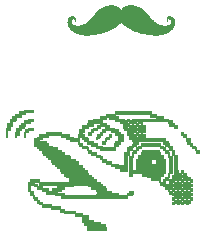
<source format=gbr>
%TF.GenerationSoftware,KiCad,Pcbnew,6.0.4-6f826c9f35~116~ubuntu21.10.1*%
%TF.CreationDate,2022-06-30T17:00:37-06:00*%
%TF.ProjectId,Flipper_DeAuther_2,466c6970-7065-4725-9f44-654175746865,rev?*%
%TF.SameCoordinates,Original*%
%TF.FileFunction,Legend,Bot*%
%TF.FilePolarity,Positive*%
%FSLAX46Y46*%
G04 Gerber Fmt 4.6, Leading zero omitted, Abs format (unit mm)*
G04 Created by KiCad (PCBNEW 6.0.4-6f826c9f35~116~ubuntu21.10.1) date 2022-06-30 17:00:37*
%MOMM*%
%LPD*%
G01*
G04 APERTURE LIST*
%ADD10C,0.120000*%
%ADD11C,0.004000*%
G04 APERTURE END LIST*
D10*
G36*
X143184801Y-97536026D02*
G01*
X142981601Y-97536026D01*
X142981601Y-97688426D01*
X142778401Y-97688426D01*
X142778401Y-97891627D01*
X142626000Y-97891627D01*
X142626000Y-98094827D01*
X142422800Y-98094827D01*
X142422800Y-97840827D01*
X142626000Y-97840827D01*
X142626000Y-97637627D01*
X142778401Y-97485226D01*
X142981601Y-97485226D01*
X142981601Y-97282026D01*
X143184801Y-97282026D01*
X143184801Y-97536026D01*
G37*
X143184801Y-97536026D02*
X142981601Y-97536026D01*
X142981601Y-97688426D01*
X142778401Y-97688426D01*
X142778401Y-97891627D01*
X142626000Y-97891627D01*
X142626000Y-98094827D01*
X142422800Y-98094827D01*
X142422800Y-97840827D01*
X142626000Y-97840827D01*
X142626000Y-97637627D01*
X142778401Y-97485226D01*
X142981601Y-97485226D01*
X142981601Y-97282026D01*
X143184801Y-97282026D01*
X143184801Y-97536026D01*
D11*
G36*
X144933198Y-86366478D02*
G01*
X145009539Y-86373740D01*
X145086161Y-86384987D01*
X145162768Y-86400182D01*
X145239066Y-86419288D01*
X145314758Y-86442267D01*
X145389548Y-86469083D01*
X145463142Y-86499698D01*
X145535243Y-86534075D01*
X145605557Y-86572177D01*
X145650245Y-86598647D01*
X145693816Y-86626179D01*
X145736657Y-86655138D01*
X145779157Y-86685893D01*
X145821701Y-86718810D01*
X145864679Y-86754256D01*
X145908477Y-86792598D01*
X145953484Y-86834203D01*
X146000086Y-86879438D01*
X146048672Y-86928669D01*
X146153343Y-87040589D01*
X146270599Y-87172899D01*
X146403540Y-87328533D01*
X146493543Y-87433548D01*
X146536121Y-87481792D01*
X146577195Y-87527301D01*
X146616847Y-87570157D01*
X146655159Y-87610438D01*
X146692214Y-87648227D01*
X146728096Y-87683604D01*
X146762885Y-87716649D01*
X146796667Y-87747443D01*
X146829522Y-87776066D01*
X146861534Y-87802600D01*
X146892785Y-87827125D01*
X146923358Y-87849721D01*
X146953336Y-87870469D01*
X146982801Y-87889450D01*
X147024411Y-87914413D01*
X147066177Y-87937713D01*
X147108122Y-87959357D01*
X147150271Y-87979353D01*
X147192648Y-87997708D01*
X147235276Y-88014428D01*
X147278178Y-88029522D01*
X147321380Y-88042996D01*
X147364904Y-88054858D01*
X147408774Y-88065115D01*
X147453014Y-88073774D01*
X147497647Y-88080843D01*
X147542699Y-88086328D01*
X147588191Y-88090237D01*
X147634149Y-88092577D01*
X147680595Y-88093355D01*
X147729754Y-88092370D01*
X147777400Y-88089709D01*
X147823409Y-88085415D01*
X147867656Y-88079531D01*
X147910019Y-88072101D01*
X147950372Y-88063168D01*
X147988592Y-88052776D01*
X148024554Y-88040968D01*
X148058136Y-88027787D01*
X148073995Y-88020696D01*
X148089212Y-88013277D01*
X148103772Y-88005538D01*
X148117659Y-87997482D01*
X148130857Y-87989116D01*
X148143352Y-87980444D01*
X148155128Y-87971473D01*
X148166168Y-87962208D01*
X148176458Y-87952653D01*
X148185983Y-87942816D01*
X148194726Y-87932700D01*
X148202672Y-87922312D01*
X148209806Y-87911656D01*
X148216112Y-87900739D01*
X148224218Y-87884686D01*
X148231476Y-87868557D01*
X148237892Y-87852377D01*
X148243473Y-87836168D01*
X148248227Y-87819955D01*
X148252161Y-87803760D01*
X148255282Y-87787608D01*
X148257597Y-87771523D01*
X148259113Y-87755527D01*
X148259837Y-87739645D01*
X148259776Y-87723900D01*
X148258938Y-87708316D01*
X148257329Y-87692917D01*
X148254957Y-87677725D01*
X148251828Y-87662766D01*
X148247950Y-87648062D01*
X148243331Y-87633636D01*
X148237976Y-87619514D01*
X148231894Y-87605718D01*
X148225090Y-87592272D01*
X148217573Y-87579199D01*
X148209350Y-87566524D01*
X148200427Y-87554270D01*
X148190811Y-87542460D01*
X148180511Y-87531118D01*
X148169532Y-87520268D01*
X148157883Y-87509934D01*
X148145569Y-87500139D01*
X148132599Y-87490906D01*
X148118979Y-87482260D01*
X148104716Y-87474224D01*
X148089818Y-87466822D01*
X148080653Y-87462793D01*
X148071678Y-87459306D01*
X148062896Y-87456360D01*
X148054306Y-87453954D01*
X148045909Y-87452089D01*
X148037706Y-87450764D01*
X148029698Y-87449979D01*
X148021886Y-87449734D01*
X148014270Y-87450029D01*
X148006851Y-87450863D01*
X147999630Y-87452235D01*
X147992608Y-87454147D01*
X147985786Y-87456597D01*
X147979163Y-87459585D01*
X147972742Y-87463111D01*
X147966522Y-87467175D01*
X147960505Y-87471776D01*
X147954691Y-87476914D01*
X147949082Y-87482590D01*
X147943677Y-87488802D01*
X147938478Y-87495550D01*
X147933485Y-87502835D01*
X147928700Y-87510655D01*
X147924122Y-87519011D01*
X147919754Y-87527902D01*
X147915595Y-87537329D01*
X147911646Y-87547290D01*
X147907908Y-87557786D01*
X147901070Y-87580381D01*
X147895084Y-87605111D01*
X147891878Y-87618896D01*
X147888878Y-87630622D01*
X147886093Y-87640301D01*
X147883531Y-87647940D01*
X147881201Y-87653550D01*
X147880125Y-87655596D01*
X147879110Y-87657139D01*
X147878158Y-87658178D01*
X147877268Y-87658716D01*
X147876442Y-87658754D01*
X147875682Y-87658292D01*
X147874987Y-87657332D01*
X147874360Y-87655875D01*
X147873311Y-87651475D01*
X147872544Y-87645101D01*
X147872066Y-87636762D01*
X147871885Y-87626467D01*
X147872011Y-87614227D01*
X147872450Y-87600049D01*
X147873212Y-87583944D01*
X147874651Y-87563662D01*
X147876587Y-87544090D01*
X147879021Y-87525227D01*
X147881955Y-87507072D01*
X147885388Y-87489624D01*
X147889323Y-87472881D01*
X147893760Y-87456844D01*
X147898700Y-87441510D01*
X147904145Y-87426879D01*
X147910095Y-87412950D01*
X147916552Y-87399722D01*
X147923516Y-87387193D01*
X147930988Y-87375363D01*
X147938971Y-87364231D01*
X147947463Y-87353795D01*
X147956467Y-87344055D01*
X147962736Y-87337842D01*
X147968877Y-87332152D01*
X147974946Y-87326962D01*
X147980997Y-87322249D01*
X147987085Y-87317991D01*
X147993266Y-87314166D01*
X147999593Y-87310749D01*
X148006121Y-87307719D01*
X148012906Y-87305053D01*
X148020002Y-87302728D01*
X148027464Y-87300721D01*
X148035347Y-87299010D01*
X148043705Y-87297572D01*
X148052593Y-87296383D01*
X148062066Y-87295423D01*
X148072179Y-87294666D01*
X148084020Y-87294098D01*
X148095763Y-87293987D01*
X148107461Y-87294345D01*
X148119165Y-87295185D01*
X148130926Y-87296516D01*
X148142798Y-87298350D01*
X148154831Y-87300699D01*
X148167076Y-87303574D01*
X148179586Y-87306987D01*
X148192413Y-87310948D01*
X148205607Y-87315469D01*
X148219221Y-87320563D01*
X148233306Y-87326239D01*
X148247915Y-87332509D01*
X148263098Y-87339385D01*
X148278907Y-87346878D01*
X148299175Y-87357307D01*
X148318451Y-87368499D01*
X148336752Y-87380472D01*
X148354093Y-87393246D01*
X148370491Y-87406838D01*
X148385964Y-87421267D01*
X148400527Y-87436552D01*
X148414197Y-87452711D01*
X148426991Y-87469763D01*
X148438925Y-87487727D01*
X148450015Y-87506621D01*
X148460279Y-87526463D01*
X148469732Y-87547273D01*
X148478392Y-87569070D01*
X148486274Y-87591870D01*
X148493396Y-87615694D01*
X148496885Y-87630135D01*
X148499942Y-87646557D01*
X148502564Y-87664690D01*
X148504751Y-87684265D01*
X148506499Y-87705015D01*
X148507807Y-87726670D01*
X148509094Y-87771622D01*
X148508595Y-87816970D01*
X148506294Y-87860566D01*
X148504462Y-87881035D01*
X148502174Y-87900259D01*
X148499426Y-87917970D01*
X148496218Y-87933900D01*
X148476810Y-88006795D01*
X148451981Y-88077262D01*
X148421818Y-88145220D01*
X148386405Y-88210588D01*
X148345828Y-88273285D01*
X148300174Y-88333230D01*
X148249528Y-88390344D01*
X148193975Y-88444545D01*
X148133603Y-88495754D01*
X148068495Y-88543888D01*
X147998739Y-88588868D01*
X147924420Y-88630614D01*
X147845624Y-88669043D01*
X147762436Y-88704077D01*
X147674943Y-88735634D01*
X147583230Y-88763633D01*
X147527617Y-88778243D01*
X147470082Y-88791380D01*
X147410669Y-88803043D01*
X147349426Y-88813232D01*
X147286397Y-88821944D01*
X147221627Y-88829180D01*
X147087048Y-88839216D01*
X146946052Y-88843332D01*
X146799004Y-88841520D01*
X146646268Y-88833771D01*
X146488207Y-88820078D01*
X146401644Y-88810142D01*
X146307011Y-88797610D01*
X146207418Y-88782995D01*
X146105972Y-88766808D01*
X146005783Y-88749563D01*
X145909960Y-88731773D01*
X145821611Y-88713949D01*
X145743845Y-88696605D01*
X145649247Y-88672414D01*
X145553071Y-88644693D01*
X145455756Y-88613651D01*
X145357741Y-88579494D01*
X145259466Y-88542431D01*
X145161370Y-88502670D01*
X145063891Y-88460418D01*
X144967470Y-88415882D01*
X144872545Y-88369272D01*
X144779557Y-88320794D01*
X144688943Y-88270656D01*
X144601143Y-88219065D01*
X144516597Y-88166231D01*
X144435744Y-88112360D01*
X144359023Y-88057660D01*
X144286873Y-88002339D01*
X144270509Y-87988975D01*
X144253061Y-87974176D01*
X144215866Y-87941209D01*
X144177200Y-87905315D01*
X144138971Y-87868371D01*
X144103092Y-87832254D01*
X144071470Y-87798841D01*
X144057852Y-87783735D01*
X144046016Y-87770008D01*
X144036199Y-87757896D01*
X144028640Y-87747633D01*
X144023169Y-87739919D01*
X144017947Y-87732750D01*
X144013088Y-87726276D01*
X144010831Y-87723346D01*
X144008708Y-87720646D01*
X144006734Y-87718193D01*
X144004924Y-87716007D01*
X144003291Y-87714106D01*
X144001851Y-87712510D01*
X144000617Y-87711235D01*
X143999605Y-87710302D01*
X143999186Y-87709969D01*
X143998828Y-87709728D01*
X143998533Y-87709582D01*
X143998301Y-87709533D01*
X143997758Y-87709861D01*
X143996936Y-87710567D01*
X143994520Y-87713039D01*
X143991195Y-87716801D01*
X143987100Y-87721704D01*
X143982378Y-87727599D01*
X143977168Y-87734338D01*
X143971610Y-87741771D01*
X143965846Y-87749750D01*
X143957788Y-87760412D01*
X143948018Y-87772438D01*
X143924030Y-87799888D01*
X143895264Y-87830712D01*
X143863099Y-87863521D01*
X143828917Y-87896924D01*
X143794098Y-87929534D01*
X143760023Y-87959961D01*
X143728073Y-87986816D01*
X143666792Y-88034923D01*
X143602653Y-88082348D01*
X143535822Y-88129003D01*
X143466467Y-88174803D01*
X143394755Y-88219660D01*
X143320855Y-88263488D01*
X143244933Y-88306200D01*
X143167157Y-88347708D01*
X143087694Y-88387927D01*
X143006712Y-88426769D01*
X142924378Y-88464148D01*
X142840859Y-88499976D01*
X142756324Y-88534167D01*
X142670939Y-88566634D01*
X142584872Y-88597291D01*
X142498290Y-88626050D01*
X142438384Y-88644689D01*
X142380595Y-88661658D01*
X142323665Y-88677272D01*
X142266339Y-88691843D01*
X142207359Y-88705687D01*
X142145468Y-88719117D01*
X142079410Y-88732448D01*
X142007929Y-88745994D01*
X141867030Y-88770559D01*
X141731041Y-88791596D01*
X141599813Y-88809104D01*
X141473195Y-88823076D01*
X141351038Y-88833510D01*
X141233192Y-88840401D01*
X141119506Y-88843745D01*
X141009832Y-88843537D01*
X140904020Y-88839774D01*
X140801918Y-88832452D01*
X140703378Y-88821566D01*
X140608250Y-88807113D01*
X140516384Y-88789087D01*
X140427629Y-88767486D01*
X140341837Y-88742304D01*
X140258857Y-88713539D01*
X140182591Y-88683087D01*
X140109929Y-88649971D01*
X140040923Y-88614241D01*
X139975620Y-88575944D01*
X139914072Y-88535130D01*
X139856326Y-88491847D01*
X139802434Y-88446143D01*
X139752444Y-88398067D01*
X139706407Y-88347668D01*
X139664371Y-88294994D01*
X139626387Y-88240094D01*
X139592504Y-88183016D01*
X139562771Y-88123809D01*
X139537239Y-88062522D01*
X139515956Y-87999202D01*
X139498973Y-87933900D01*
X139495765Y-87917970D01*
X139493017Y-87900259D01*
X139490729Y-87881035D01*
X139488897Y-87860566D01*
X139487520Y-87839122D01*
X139486596Y-87816970D01*
X139486097Y-87771622D01*
X139487384Y-87726670D01*
X139488692Y-87705015D01*
X139490441Y-87684265D01*
X139492627Y-87664690D01*
X139495250Y-87646557D01*
X139498307Y-87630135D01*
X139501796Y-87615694D01*
X139508917Y-87591870D01*
X139516800Y-87569070D01*
X139525459Y-87547273D01*
X139534913Y-87526463D01*
X139545176Y-87506621D01*
X139556267Y-87487727D01*
X139568200Y-87469763D01*
X139580994Y-87452711D01*
X139594664Y-87436552D01*
X139609227Y-87421267D01*
X139624700Y-87406838D01*
X139641099Y-87393246D01*
X139658440Y-87380472D01*
X139676740Y-87368499D01*
X139696016Y-87357307D01*
X139716284Y-87346878D01*
X139735302Y-87337950D01*
X139753857Y-87329821D01*
X139771952Y-87322490D01*
X139789588Y-87315959D01*
X139806766Y-87310226D01*
X139823487Y-87305294D01*
X139839753Y-87301162D01*
X139855566Y-87297830D01*
X139870925Y-87295300D01*
X139885833Y-87293571D01*
X139900291Y-87292643D01*
X139914300Y-87292518D01*
X139927862Y-87293195D01*
X139940977Y-87294676D01*
X139953648Y-87296959D01*
X139965875Y-87300046D01*
X139977659Y-87303938D01*
X139989003Y-87308633D01*
X139999906Y-87314134D01*
X140010372Y-87320440D01*
X140020400Y-87327551D01*
X140029992Y-87335469D01*
X140039149Y-87344193D01*
X140047874Y-87353724D01*
X140056166Y-87364062D01*
X140064027Y-87375207D01*
X140071459Y-87387161D01*
X140078463Y-87399922D01*
X140085040Y-87413493D01*
X140091192Y-87427873D01*
X140096919Y-87443062D01*
X140102223Y-87459061D01*
X140105344Y-87470156D01*
X140108334Y-87483097D01*
X140111162Y-87497530D01*
X140113799Y-87513102D01*
X140116212Y-87529460D01*
X140118371Y-87546249D01*
X140121803Y-87579711D01*
X140123013Y-87595676D01*
X140123845Y-87610659D01*
X140124267Y-87624307D01*
X140124250Y-87636266D01*
X140123761Y-87646182D01*
X140122770Y-87653703D01*
X140122076Y-87656455D01*
X140121245Y-87658475D01*
X140120274Y-87659720D01*
X140119157Y-87660144D01*
X140118812Y-87660072D01*
X140118439Y-87659860D01*
X140117615Y-87659024D01*
X140116693Y-87657665D01*
X140115684Y-87655812D01*
X140114596Y-87653491D01*
X140113439Y-87650731D01*
X140110955Y-87644005D01*
X140108305Y-87635856D01*
X140105564Y-87626509D01*
X140102806Y-87616186D01*
X140100107Y-87605111D01*
X140095735Y-87586725D01*
X140090830Y-87569413D01*
X140085404Y-87553190D01*
X140082499Y-87545492D01*
X140079469Y-87538072D01*
X140076315Y-87530932D01*
X140073039Y-87524074D01*
X140069641Y-87517501D01*
X140066124Y-87511213D01*
X140062490Y-87505213D01*
X140058739Y-87499502D01*
X140054873Y-87494084D01*
X140050894Y-87488959D01*
X140046804Y-87484129D01*
X140042603Y-87479598D01*
X140038294Y-87475365D01*
X140033878Y-87471434D01*
X140029357Y-87467807D01*
X140024731Y-87464484D01*
X140020004Y-87461469D01*
X140015175Y-87458763D01*
X140010248Y-87456368D01*
X140005223Y-87454286D01*
X140000101Y-87452520D01*
X139994885Y-87451070D01*
X139989576Y-87449938D01*
X139984176Y-87449128D01*
X139978685Y-87448641D01*
X139973107Y-87448478D01*
X139967660Y-87448637D01*
X139962046Y-87449111D01*
X139956277Y-87449890D01*
X139950369Y-87450965D01*
X139938188Y-87453970D01*
X139925614Y-87458058D01*
X139912759Y-87463158D01*
X139899734Y-87469202D01*
X139886652Y-87476120D01*
X139873623Y-87483843D01*
X139860760Y-87492303D01*
X139848174Y-87501429D01*
X139835976Y-87511152D01*
X139824279Y-87521403D01*
X139813193Y-87532113D01*
X139802831Y-87543213D01*
X139793304Y-87554634D01*
X139784723Y-87566305D01*
X139774132Y-87583213D01*
X139764851Y-87601059D01*
X139756882Y-87619741D01*
X139750228Y-87639154D01*
X139744894Y-87659195D01*
X139740881Y-87679762D01*
X139738193Y-87700750D01*
X139736834Y-87722057D01*
X139736805Y-87743578D01*
X139738111Y-87765211D01*
X139740754Y-87786853D01*
X139744738Y-87808399D01*
X139750065Y-87829747D01*
X139756740Y-87850793D01*
X139764763Y-87871434D01*
X139774140Y-87891566D01*
X139783269Y-87907673D01*
X139793988Y-87923184D01*
X139806301Y-87938100D01*
X139820211Y-87952421D01*
X139835720Y-87966146D01*
X139852833Y-87979276D01*
X139871552Y-87991810D01*
X139891880Y-88003750D01*
X139913820Y-88015094D01*
X139937376Y-88025842D01*
X139962550Y-88035996D01*
X139989345Y-88045554D01*
X140017766Y-88054517D01*
X140047814Y-88062884D01*
X140079493Y-88070656D01*
X140112807Y-88077833D01*
X140131816Y-88081322D01*
X140152930Y-88084380D01*
X140200296Y-88089199D01*
X140252556Y-88092282D01*
X140307364Y-88093620D01*
X140362369Y-88093205D01*
X140415225Y-88091029D01*
X140463584Y-88087084D01*
X140485342Y-88084445D01*
X140505096Y-88081361D01*
X140540915Y-88074470D01*
X140575913Y-88067010D01*
X140610147Y-88058959D01*
X140643671Y-88050294D01*
X140676543Y-88040993D01*
X140708817Y-88031032D01*
X140740549Y-88020389D01*
X140771796Y-88009041D01*
X140802612Y-87996966D01*
X140833055Y-87984140D01*
X140863179Y-87970542D01*
X140893041Y-87956147D01*
X140922696Y-87940934D01*
X140952200Y-87924879D01*
X140981609Y-87907961D01*
X141010979Y-87890155D01*
X141042698Y-87869889D01*
X141074228Y-87848380D01*
X141105779Y-87825426D01*
X141137560Y-87800825D01*
X141169779Y-87774377D01*
X141202645Y-87745879D01*
X141236366Y-87715130D01*
X141271152Y-87681928D01*
X141344753Y-87607361D01*
X141425118Y-87520565D01*
X141513916Y-87419929D01*
X141612818Y-87303839D01*
X141695689Y-87206589D01*
X141775195Y-87115731D01*
X141850881Y-87031769D01*
X141922292Y-86955206D01*
X141988974Y-86886548D01*
X142050472Y-86826299D01*
X142079134Y-86799485D01*
X142106330Y-86774963D01*
X142132003Y-86752795D01*
X142156095Y-86733044D01*
X142183518Y-86711716D01*
X142211728Y-86690641D01*
X142270032Y-86649535D01*
X142330038Y-86610298D01*
X142390781Y-86573500D01*
X142451292Y-86539712D01*
X142481158Y-86524125D01*
X142510604Y-86509504D01*
X142539508Y-86495921D01*
X142567750Y-86483447D01*
X142595208Y-86472153D01*
X142621762Y-86462111D01*
X142675336Y-86443518D01*
X142725181Y-86427671D01*
X142773257Y-86414139D01*
X142821523Y-86402491D01*
X142871938Y-86392299D01*
X142926463Y-86383133D01*
X142987057Y-86374561D01*
X143055679Y-86366155D01*
X143069867Y-86365417D01*
X143092456Y-86364480D01*
X143120469Y-86363675D01*
X143150929Y-86363333D01*
X143209084Y-86363811D01*
X143266059Y-86366826D01*
X143321830Y-86372370D01*
X143376376Y-86380432D01*
X143429673Y-86391003D01*
X143481699Y-86404075D01*
X143532432Y-86419637D01*
X143581847Y-86437681D01*
X143629923Y-86458197D01*
X143676637Y-86481176D01*
X143721966Y-86506609D01*
X143765887Y-86534485D01*
X143808377Y-86564797D01*
X143849415Y-86597535D01*
X143888977Y-86632689D01*
X143927040Y-86670250D01*
X143997595Y-86742922D01*
X144068151Y-86670250D01*
X144088262Y-86649867D01*
X144108652Y-86630251D01*
X144129335Y-86611391D01*
X144150326Y-86593278D01*
X144171640Y-86575901D01*
X144193291Y-86559249D01*
X144215293Y-86543312D01*
X144237661Y-86528080D01*
X144260409Y-86513543D01*
X144283552Y-86499690D01*
X144307105Y-86486511D01*
X144331081Y-86473995D01*
X144355495Y-86462133D01*
X144380362Y-86450913D01*
X144405696Y-86440326D01*
X144431512Y-86430361D01*
X144497609Y-86408684D01*
X144566056Y-86391252D01*
X144636557Y-86378029D01*
X144708818Y-86368977D01*
X144782542Y-86364060D01*
X144857434Y-86363239D01*
X144933198Y-86366478D01*
G37*
X144933198Y-86366478D02*
X145009539Y-86373740D01*
X145086161Y-86384987D01*
X145162768Y-86400182D01*
X145239066Y-86419288D01*
X145314758Y-86442267D01*
X145389548Y-86469083D01*
X145463142Y-86499698D01*
X145535243Y-86534075D01*
X145605557Y-86572177D01*
X145650245Y-86598647D01*
X145693816Y-86626179D01*
X145736657Y-86655138D01*
X145779157Y-86685893D01*
X145821701Y-86718810D01*
X145864679Y-86754256D01*
X145908477Y-86792598D01*
X145953484Y-86834203D01*
X146000086Y-86879438D01*
X146048672Y-86928669D01*
X146153343Y-87040589D01*
X146270599Y-87172899D01*
X146403540Y-87328533D01*
X146493543Y-87433548D01*
X146536121Y-87481792D01*
X146577195Y-87527301D01*
X146616847Y-87570157D01*
X146655159Y-87610438D01*
X146692214Y-87648227D01*
X146728096Y-87683604D01*
X146762885Y-87716649D01*
X146796667Y-87747443D01*
X146829522Y-87776066D01*
X146861534Y-87802600D01*
X146892785Y-87827125D01*
X146923358Y-87849721D01*
X146953336Y-87870469D01*
X146982801Y-87889450D01*
X147024411Y-87914413D01*
X147066177Y-87937713D01*
X147108122Y-87959357D01*
X147150271Y-87979353D01*
X147192648Y-87997708D01*
X147235276Y-88014428D01*
X147278178Y-88029522D01*
X147321380Y-88042996D01*
X147364904Y-88054858D01*
X147408774Y-88065115D01*
X147453014Y-88073774D01*
X147497647Y-88080843D01*
X147542699Y-88086328D01*
X147588191Y-88090237D01*
X147634149Y-88092577D01*
X147680595Y-88093355D01*
X147729754Y-88092370D01*
X147777400Y-88089709D01*
X147823409Y-88085415D01*
X147867656Y-88079531D01*
X147910019Y-88072101D01*
X147950372Y-88063168D01*
X147988592Y-88052776D01*
X148024554Y-88040968D01*
X148058136Y-88027787D01*
X148073995Y-88020696D01*
X148089212Y-88013277D01*
X148103772Y-88005538D01*
X148117659Y-87997482D01*
X148130857Y-87989116D01*
X148143352Y-87980444D01*
X148155128Y-87971473D01*
X148166168Y-87962208D01*
X148176458Y-87952653D01*
X148185983Y-87942816D01*
X148194726Y-87932700D01*
X148202672Y-87922312D01*
X148209806Y-87911656D01*
X148216112Y-87900739D01*
X148224218Y-87884686D01*
X148231476Y-87868557D01*
X148237892Y-87852377D01*
X148243473Y-87836168D01*
X148248227Y-87819955D01*
X148252161Y-87803760D01*
X148255282Y-87787608D01*
X148257597Y-87771523D01*
X148259113Y-87755527D01*
X148259837Y-87739645D01*
X148259776Y-87723900D01*
X148258938Y-87708316D01*
X148257329Y-87692917D01*
X148254957Y-87677725D01*
X148251828Y-87662766D01*
X148247950Y-87648062D01*
X148243331Y-87633636D01*
X148237976Y-87619514D01*
X148231894Y-87605718D01*
X148225090Y-87592272D01*
X148217573Y-87579199D01*
X148209350Y-87566524D01*
X148200427Y-87554270D01*
X148190811Y-87542460D01*
X148180511Y-87531118D01*
X148169532Y-87520268D01*
X148157883Y-87509934D01*
X148145569Y-87500139D01*
X148132599Y-87490906D01*
X148118979Y-87482260D01*
X148104716Y-87474224D01*
X148089818Y-87466822D01*
X148080653Y-87462793D01*
X148071678Y-87459306D01*
X148062896Y-87456360D01*
X148054306Y-87453954D01*
X148045909Y-87452089D01*
X148037706Y-87450764D01*
X148029698Y-87449979D01*
X148021886Y-87449734D01*
X148014270Y-87450029D01*
X148006851Y-87450863D01*
X147999630Y-87452235D01*
X147992608Y-87454147D01*
X147985786Y-87456597D01*
X147979163Y-87459585D01*
X147972742Y-87463111D01*
X147966522Y-87467175D01*
X147960505Y-87471776D01*
X147954691Y-87476914D01*
X147949082Y-87482590D01*
X147943677Y-87488802D01*
X147938478Y-87495550D01*
X147933485Y-87502835D01*
X147928700Y-87510655D01*
X147924122Y-87519011D01*
X147919754Y-87527902D01*
X147915595Y-87537329D01*
X147911646Y-87547290D01*
X147907908Y-87557786D01*
X147901070Y-87580381D01*
X147895084Y-87605111D01*
X147891878Y-87618896D01*
X147888878Y-87630622D01*
X147886093Y-87640301D01*
X147883531Y-87647940D01*
X147881201Y-87653550D01*
X147880125Y-87655596D01*
X147879110Y-87657139D01*
X147878158Y-87658178D01*
X147877268Y-87658716D01*
X147876442Y-87658754D01*
X147875682Y-87658292D01*
X147874987Y-87657332D01*
X147874360Y-87655875D01*
X147873311Y-87651475D01*
X147872544Y-87645101D01*
X147872066Y-87636762D01*
X147871885Y-87626467D01*
X147872011Y-87614227D01*
X147872450Y-87600049D01*
X147873212Y-87583944D01*
X147874651Y-87563662D01*
X147876587Y-87544090D01*
X147879021Y-87525227D01*
X147881955Y-87507072D01*
X147885388Y-87489624D01*
X147889323Y-87472881D01*
X147893760Y-87456844D01*
X147898700Y-87441510D01*
X147904145Y-87426879D01*
X147910095Y-87412950D01*
X147916552Y-87399722D01*
X147923516Y-87387193D01*
X147930988Y-87375363D01*
X147938971Y-87364231D01*
X147947463Y-87353795D01*
X147956467Y-87344055D01*
X147962736Y-87337842D01*
X147968877Y-87332152D01*
X147974946Y-87326962D01*
X147980997Y-87322249D01*
X147987085Y-87317991D01*
X147993266Y-87314166D01*
X147999593Y-87310749D01*
X148006121Y-87307719D01*
X148012906Y-87305053D01*
X148020002Y-87302728D01*
X148027464Y-87300721D01*
X148035347Y-87299010D01*
X148043705Y-87297572D01*
X148052593Y-87296383D01*
X148062066Y-87295423D01*
X148072179Y-87294666D01*
X148084020Y-87294098D01*
X148095763Y-87293987D01*
X148107461Y-87294345D01*
X148119165Y-87295185D01*
X148130926Y-87296516D01*
X148142798Y-87298350D01*
X148154831Y-87300699D01*
X148167076Y-87303574D01*
X148179586Y-87306987D01*
X148192413Y-87310948D01*
X148205607Y-87315469D01*
X148219221Y-87320563D01*
X148233306Y-87326239D01*
X148247915Y-87332509D01*
X148263098Y-87339385D01*
X148278907Y-87346878D01*
X148299175Y-87357307D01*
X148318451Y-87368499D01*
X148336752Y-87380472D01*
X148354093Y-87393246D01*
X148370491Y-87406838D01*
X148385964Y-87421267D01*
X148400527Y-87436552D01*
X148414197Y-87452711D01*
X148426991Y-87469763D01*
X148438925Y-87487727D01*
X148450015Y-87506621D01*
X148460279Y-87526463D01*
X148469732Y-87547273D01*
X148478392Y-87569070D01*
X148486274Y-87591870D01*
X148493396Y-87615694D01*
X148496885Y-87630135D01*
X148499942Y-87646557D01*
X148502564Y-87664690D01*
X148504751Y-87684265D01*
X148506499Y-87705015D01*
X148507807Y-87726670D01*
X148509094Y-87771622D01*
X148508595Y-87816970D01*
X148506294Y-87860566D01*
X148504462Y-87881035D01*
X148502174Y-87900259D01*
X148499426Y-87917970D01*
X148496218Y-87933900D01*
X148476810Y-88006795D01*
X148451981Y-88077262D01*
X148421818Y-88145220D01*
X148386405Y-88210588D01*
X148345828Y-88273285D01*
X148300174Y-88333230D01*
X148249528Y-88390344D01*
X148193975Y-88444545D01*
X148133603Y-88495754D01*
X148068495Y-88543888D01*
X147998739Y-88588868D01*
X147924420Y-88630614D01*
X147845624Y-88669043D01*
X147762436Y-88704077D01*
X147674943Y-88735634D01*
X147583230Y-88763633D01*
X147527617Y-88778243D01*
X147470082Y-88791380D01*
X147410669Y-88803043D01*
X147349426Y-88813232D01*
X147286397Y-88821944D01*
X147221627Y-88829180D01*
X147087048Y-88839216D01*
X146946052Y-88843332D01*
X146799004Y-88841520D01*
X146646268Y-88833771D01*
X146488207Y-88820078D01*
X146401644Y-88810142D01*
X146307011Y-88797610D01*
X146207418Y-88782995D01*
X146105972Y-88766808D01*
X146005783Y-88749563D01*
X145909960Y-88731773D01*
X145821611Y-88713949D01*
X145743845Y-88696605D01*
X145649247Y-88672414D01*
X145553071Y-88644693D01*
X145455756Y-88613651D01*
X145357741Y-88579494D01*
X145259466Y-88542431D01*
X145161370Y-88502670D01*
X145063891Y-88460418D01*
X144967470Y-88415882D01*
X144872545Y-88369272D01*
X144779557Y-88320794D01*
X144688943Y-88270656D01*
X144601143Y-88219065D01*
X144516597Y-88166231D01*
X144435744Y-88112360D01*
X144359023Y-88057660D01*
X144286873Y-88002339D01*
X144270509Y-87988975D01*
X144253061Y-87974176D01*
X144215866Y-87941209D01*
X144177200Y-87905315D01*
X144138971Y-87868371D01*
X144103092Y-87832254D01*
X144071470Y-87798841D01*
X144057852Y-87783735D01*
X144046016Y-87770008D01*
X144036199Y-87757896D01*
X144028640Y-87747633D01*
X144023169Y-87739919D01*
X144017947Y-87732750D01*
X144013088Y-87726276D01*
X144010831Y-87723346D01*
X144008708Y-87720646D01*
X144006734Y-87718193D01*
X144004924Y-87716007D01*
X144003291Y-87714106D01*
X144001851Y-87712510D01*
X144000617Y-87711235D01*
X143999605Y-87710302D01*
X143999186Y-87709969D01*
X143998828Y-87709728D01*
X143998533Y-87709582D01*
X143998301Y-87709533D01*
X143997758Y-87709861D01*
X143996936Y-87710567D01*
X143994520Y-87713039D01*
X143991195Y-87716801D01*
X143987100Y-87721704D01*
X143982378Y-87727599D01*
X143977168Y-87734338D01*
X143971610Y-87741771D01*
X143965846Y-87749750D01*
X143957788Y-87760412D01*
X143948018Y-87772438D01*
X143924030Y-87799888D01*
X143895264Y-87830712D01*
X143863099Y-87863521D01*
X143828917Y-87896924D01*
X143794098Y-87929534D01*
X143760023Y-87959961D01*
X143728073Y-87986816D01*
X143666792Y-88034923D01*
X143602653Y-88082348D01*
X143535822Y-88129003D01*
X143466467Y-88174803D01*
X143394755Y-88219660D01*
X143320855Y-88263488D01*
X143244933Y-88306200D01*
X143167157Y-88347708D01*
X143087694Y-88387927D01*
X143006712Y-88426769D01*
X142924378Y-88464148D01*
X142840859Y-88499976D01*
X142756324Y-88534167D01*
X142670939Y-88566634D01*
X142584872Y-88597291D01*
X142498290Y-88626050D01*
X142438384Y-88644689D01*
X142380595Y-88661658D01*
X142323665Y-88677272D01*
X142266339Y-88691843D01*
X142207359Y-88705687D01*
X142145468Y-88719117D01*
X142079410Y-88732448D01*
X142007929Y-88745994D01*
X141867030Y-88770559D01*
X141731041Y-88791596D01*
X141599813Y-88809104D01*
X141473195Y-88823076D01*
X141351038Y-88833510D01*
X141233192Y-88840401D01*
X141119506Y-88843745D01*
X141009832Y-88843537D01*
X140904020Y-88839774D01*
X140801918Y-88832452D01*
X140703378Y-88821566D01*
X140608250Y-88807113D01*
X140516384Y-88789087D01*
X140427629Y-88767486D01*
X140341837Y-88742304D01*
X140258857Y-88713539D01*
X140182591Y-88683087D01*
X140109929Y-88649971D01*
X140040923Y-88614241D01*
X139975620Y-88575944D01*
X139914072Y-88535130D01*
X139856326Y-88491847D01*
X139802434Y-88446143D01*
X139752444Y-88398067D01*
X139706407Y-88347668D01*
X139664371Y-88294994D01*
X139626387Y-88240094D01*
X139592504Y-88183016D01*
X139562771Y-88123809D01*
X139537239Y-88062522D01*
X139515956Y-87999202D01*
X139498973Y-87933900D01*
X139495765Y-87917970D01*
X139493017Y-87900259D01*
X139490729Y-87881035D01*
X139488897Y-87860566D01*
X139487520Y-87839122D01*
X139486596Y-87816970D01*
X139486097Y-87771622D01*
X139487384Y-87726670D01*
X139488692Y-87705015D01*
X139490441Y-87684265D01*
X139492627Y-87664690D01*
X139495250Y-87646557D01*
X139498307Y-87630135D01*
X139501796Y-87615694D01*
X139508917Y-87591870D01*
X139516800Y-87569070D01*
X139525459Y-87547273D01*
X139534913Y-87526463D01*
X139545176Y-87506621D01*
X139556267Y-87487727D01*
X139568200Y-87469763D01*
X139580994Y-87452711D01*
X139594664Y-87436552D01*
X139609227Y-87421267D01*
X139624700Y-87406838D01*
X139641099Y-87393246D01*
X139658440Y-87380472D01*
X139676740Y-87368499D01*
X139696016Y-87357307D01*
X139716284Y-87346878D01*
X139735302Y-87337950D01*
X139753857Y-87329821D01*
X139771952Y-87322490D01*
X139789588Y-87315959D01*
X139806766Y-87310226D01*
X139823487Y-87305294D01*
X139839753Y-87301162D01*
X139855566Y-87297830D01*
X139870925Y-87295300D01*
X139885833Y-87293571D01*
X139900291Y-87292643D01*
X139914300Y-87292518D01*
X139927862Y-87293195D01*
X139940977Y-87294676D01*
X139953648Y-87296959D01*
X139965875Y-87300046D01*
X139977659Y-87303938D01*
X139989003Y-87308633D01*
X139999906Y-87314134D01*
X140010372Y-87320440D01*
X140020400Y-87327551D01*
X140029992Y-87335469D01*
X140039149Y-87344193D01*
X140047874Y-87353724D01*
X140056166Y-87364062D01*
X140064027Y-87375207D01*
X140071459Y-87387161D01*
X140078463Y-87399922D01*
X140085040Y-87413493D01*
X140091192Y-87427873D01*
X140096919Y-87443062D01*
X140102223Y-87459061D01*
X140105344Y-87470156D01*
X140108334Y-87483097D01*
X140111162Y-87497530D01*
X140113799Y-87513102D01*
X140116212Y-87529460D01*
X140118371Y-87546249D01*
X140121803Y-87579711D01*
X140123013Y-87595676D01*
X140123845Y-87610659D01*
X140124267Y-87624307D01*
X140124250Y-87636266D01*
X140123761Y-87646182D01*
X140122770Y-87653703D01*
X140122076Y-87656455D01*
X140121245Y-87658475D01*
X140120274Y-87659720D01*
X140119157Y-87660144D01*
X140118812Y-87660072D01*
X140118439Y-87659860D01*
X140117615Y-87659024D01*
X140116693Y-87657665D01*
X140115684Y-87655812D01*
X140114596Y-87653491D01*
X140113439Y-87650731D01*
X140110955Y-87644005D01*
X140108305Y-87635856D01*
X140105564Y-87626509D01*
X140102806Y-87616186D01*
X140100107Y-87605111D01*
X140095735Y-87586725D01*
X140090830Y-87569413D01*
X140085404Y-87553190D01*
X140082499Y-87545492D01*
X140079469Y-87538072D01*
X140076315Y-87530932D01*
X140073039Y-87524074D01*
X140069641Y-87517501D01*
X140066124Y-87511213D01*
X140062490Y-87505213D01*
X140058739Y-87499502D01*
X140054873Y-87494084D01*
X140050894Y-87488959D01*
X140046804Y-87484129D01*
X140042603Y-87479598D01*
X140038294Y-87475365D01*
X140033878Y-87471434D01*
X140029357Y-87467807D01*
X140024731Y-87464484D01*
X140020004Y-87461469D01*
X140015175Y-87458763D01*
X140010248Y-87456368D01*
X140005223Y-87454286D01*
X140000101Y-87452520D01*
X139994885Y-87451070D01*
X139989576Y-87449938D01*
X139984176Y-87449128D01*
X139978685Y-87448641D01*
X139973107Y-87448478D01*
X139967660Y-87448637D01*
X139962046Y-87449111D01*
X139956277Y-87449890D01*
X139950369Y-87450965D01*
X139938188Y-87453970D01*
X139925614Y-87458058D01*
X139912759Y-87463158D01*
X139899734Y-87469202D01*
X139886652Y-87476120D01*
X139873623Y-87483843D01*
X139860760Y-87492303D01*
X139848174Y-87501429D01*
X139835976Y-87511152D01*
X139824279Y-87521403D01*
X139813193Y-87532113D01*
X139802831Y-87543213D01*
X139793304Y-87554634D01*
X139784723Y-87566305D01*
X139774132Y-87583213D01*
X139764851Y-87601059D01*
X139756882Y-87619741D01*
X139750228Y-87639154D01*
X139744894Y-87659195D01*
X139740881Y-87679762D01*
X139738193Y-87700750D01*
X139736834Y-87722057D01*
X139736805Y-87743578D01*
X139738111Y-87765211D01*
X139740754Y-87786853D01*
X139744738Y-87808399D01*
X139750065Y-87829747D01*
X139756740Y-87850793D01*
X139764763Y-87871434D01*
X139774140Y-87891566D01*
X139783269Y-87907673D01*
X139793988Y-87923184D01*
X139806301Y-87938100D01*
X139820211Y-87952421D01*
X139835720Y-87966146D01*
X139852833Y-87979276D01*
X139871552Y-87991810D01*
X139891880Y-88003750D01*
X139913820Y-88015094D01*
X139937376Y-88025842D01*
X139962550Y-88035996D01*
X139989345Y-88045554D01*
X140017766Y-88054517D01*
X140047814Y-88062884D01*
X140079493Y-88070656D01*
X140112807Y-88077833D01*
X140131816Y-88081322D01*
X140152930Y-88084380D01*
X140200296Y-88089199D01*
X140252556Y-88092282D01*
X140307364Y-88093620D01*
X140362369Y-88093205D01*
X140415225Y-88091029D01*
X140463584Y-88087084D01*
X140485342Y-88084445D01*
X140505096Y-88081361D01*
X140540915Y-88074470D01*
X140575913Y-88067010D01*
X140610147Y-88058959D01*
X140643671Y-88050294D01*
X140676543Y-88040993D01*
X140708817Y-88031032D01*
X140740549Y-88020389D01*
X140771796Y-88009041D01*
X140802612Y-87996966D01*
X140833055Y-87984140D01*
X140863179Y-87970542D01*
X140893041Y-87956147D01*
X140922696Y-87940934D01*
X140952200Y-87924879D01*
X140981609Y-87907961D01*
X141010979Y-87890155D01*
X141042698Y-87869889D01*
X141074228Y-87848380D01*
X141105779Y-87825426D01*
X141137560Y-87800825D01*
X141169779Y-87774377D01*
X141202645Y-87745879D01*
X141236366Y-87715130D01*
X141271152Y-87681928D01*
X141344753Y-87607361D01*
X141425118Y-87520565D01*
X141513916Y-87419929D01*
X141612818Y-87303839D01*
X141695689Y-87206589D01*
X141775195Y-87115731D01*
X141850881Y-87031769D01*
X141922292Y-86955206D01*
X141988974Y-86886548D01*
X142050472Y-86826299D01*
X142079134Y-86799485D01*
X142106330Y-86774963D01*
X142132003Y-86752795D01*
X142156095Y-86733044D01*
X142183518Y-86711716D01*
X142211728Y-86690641D01*
X142270032Y-86649535D01*
X142330038Y-86610298D01*
X142390781Y-86573500D01*
X142451292Y-86539712D01*
X142481158Y-86524125D01*
X142510604Y-86509504D01*
X142539508Y-86495921D01*
X142567750Y-86483447D01*
X142595208Y-86472153D01*
X142621762Y-86462111D01*
X142675336Y-86443518D01*
X142725181Y-86427671D01*
X142773257Y-86414139D01*
X142821523Y-86402491D01*
X142871938Y-86392299D01*
X142926463Y-86383133D01*
X142987057Y-86374561D01*
X143055679Y-86366155D01*
X143069867Y-86365417D01*
X143092456Y-86364480D01*
X143120469Y-86363675D01*
X143150929Y-86363333D01*
X143209084Y-86363811D01*
X143266059Y-86366826D01*
X143321830Y-86372370D01*
X143376376Y-86380432D01*
X143429673Y-86391003D01*
X143481699Y-86404075D01*
X143532432Y-86419637D01*
X143581847Y-86437681D01*
X143629923Y-86458197D01*
X143676637Y-86481176D01*
X143721966Y-86506609D01*
X143765887Y-86534485D01*
X143808377Y-86564797D01*
X143849415Y-86597535D01*
X143888977Y-86632689D01*
X143927040Y-86670250D01*
X143997595Y-86742922D01*
X144068151Y-86670250D01*
X144088262Y-86649867D01*
X144108652Y-86630251D01*
X144129335Y-86611391D01*
X144150326Y-86593278D01*
X144171640Y-86575901D01*
X144193291Y-86559249D01*
X144215293Y-86543312D01*
X144237661Y-86528080D01*
X144260409Y-86513543D01*
X144283552Y-86499690D01*
X144307105Y-86486511D01*
X144331081Y-86473995D01*
X144355495Y-86462133D01*
X144380362Y-86450913D01*
X144405696Y-86440326D01*
X144431512Y-86430361D01*
X144497609Y-86408684D01*
X144566056Y-86391252D01*
X144636557Y-86378029D01*
X144708818Y-86368977D01*
X144782542Y-86364060D01*
X144857434Y-86363239D01*
X144933198Y-86366478D01*
D10*
G36*
X149280808Y-97282026D02*
G01*
X149484009Y-97282026D01*
X149484009Y-97485226D01*
X149636409Y-97637627D01*
X149839609Y-97637627D01*
X149839609Y-98044028D01*
X150042809Y-98044028D01*
X150042809Y-98247228D01*
X150246010Y-98247228D01*
X150398410Y-98399628D01*
X150398410Y-98602829D01*
X150601610Y-98602829D01*
X150601610Y-98856829D01*
X150398410Y-98856829D01*
X150398410Y-98653629D01*
X150246010Y-98653629D01*
X150246010Y-98450428D01*
X150042809Y-98450428D01*
X150042809Y-98298028D01*
X149839609Y-98298028D01*
X149839609Y-98094827D01*
X149636409Y-98094827D01*
X149636409Y-97891627D01*
X149484009Y-97891627D01*
X149484009Y-97536026D01*
X149280808Y-97536026D01*
X149280808Y-97332826D01*
X149077608Y-97332826D01*
X149077608Y-97078825D01*
X149280808Y-97078825D01*
X149280808Y-97282026D01*
G37*
X149280808Y-97282026D02*
X149484009Y-97282026D01*
X149484009Y-97485226D01*
X149636409Y-97637627D01*
X149839609Y-97637627D01*
X149839609Y-98044028D01*
X150042809Y-98044028D01*
X150042809Y-98247228D01*
X150246010Y-98247228D01*
X150398410Y-98399628D01*
X150398410Y-98602829D01*
X150601610Y-98602829D01*
X150601610Y-98856829D01*
X150398410Y-98856829D01*
X150398410Y-98653629D01*
X150246010Y-98653629D01*
X150246010Y-98450428D01*
X150042809Y-98450428D01*
X150042809Y-98298028D01*
X149839609Y-98298028D01*
X149839609Y-98094827D01*
X149636409Y-98094827D01*
X149636409Y-97891627D01*
X149484009Y-97891627D01*
X149484009Y-97536026D01*
X149280808Y-97536026D01*
X149280808Y-97332826D01*
X149077608Y-97332826D01*
X149077608Y-97078825D01*
X149280808Y-97078825D01*
X149280808Y-97282026D01*
G36*
X142626000Y-97129625D02*
G01*
X142422800Y-97129625D01*
X142422800Y-97332826D01*
X142219600Y-97332826D01*
X142219600Y-97536026D01*
X141864000Y-97688426D01*
X141864000Y-97485226D01*
X142016400Y-97485226D01*
X142016400Y-97282026D01*
X142219600Y-97282026D01*
X142219600Y-97078825D01*
X142422800Y-97078825D01*
X142422800Y-96875625D01*
X142626000Y-96875625D01*
X142626000Y-97129625D01*
G37*
X142626000Y-97129625D02*
X142422800Y-97129625D01*
X142422800Y-97332826D01*
X142219600Y-97332826D01*
X142219600Y-97536026D01*
X141864000Y-97688426D01*
X141864000Y-97485226D01*
X142016400Y-97485226D01*
X142016400Y-97282026D01*
X142219600Y-97282026D01*
X142219600Y-97078825D01*
X142422800Y-97078825D01*
X142422800Y-96875625D01*
X142626000Y-96875625D01*
X142626000Y-97129625D01*
G36*
X146029604Y-96520024D02*
G01*
X146029604Y-96774024D01*
X145826404Y-96774024D01*
X145826404Y-96875625D01*
X146029604Y-96875625D01*
X146029604Y-97129625D01*
X145826404Y-97129625D01*
X145826404Y-97282026D01*
X146029604Y-97282026D01*
X146029604Y-97536026D01*
X145826404Y-97536026D01*
X145826404Y-97637627D01*
X147756807Y-97637627D01*
X147756807Y-97840827D01*
X147960007Y-97840827D01*
X147960007Y-98044028D01*
X148112407Y-98044028D01*
X148112407Y-98247228D01*
X148315607Y-98247228D01*
X148315607Y-98602829D01*
X148518807Y-98602829D01*
X148518807Y-99009230D01*
X148722008Y-99009230D01*
X148722008Y-100330033D01*
X148874408Y-100330033D01*
X148874408Y-100533233D01*
X149077608Y-100533233D01*
X149077608Y-100330033D01*
X149280808Y-100330033D01*
X149280808Y-100533233D01*
X149484009Y-100533233D01*
X149484009Y-100736434D01*
X149636409Y-100888834D01*
X149839609Y-100888834D01*
X149839609Y-101092035D01*
X150042809Y-101092035D01*
X150042809Y-101346035D01*
X149839609Y-101346035D01*
X149839609Y-101498436D01*
X150042809Y-101498436D01*
X150042809Y-101701636D01*
X149839609Y-101701636D01*
X149839609Y-101854037D01*
X150042809Y-101854037D01*
X150042809Y-102108037D01*
X149839609Y-102108037D01*
X149839609Y-102260437D01*
X150042809Y-102260437D01*
X150042809Y-102463639D01*
X149839609Y-102463639D01*
X149839609Y-102616038D01*
X150042809Y-102616038D01*
X150042809Y-102870039D01*
X149839609Y-102870039D01*
X149839609Y-103073239D01*
X149636409Y-103225640D01*
X149484009Y-103225640D01*
X149484009Y-103073239D01*
X149280808Y-103073239D01*
X149280808Y-103225640D01*
X149077608Y-103225640D01*
X149077608Y-103073239D01*
X148874408Y-103225640D01*
X148722008Y-103225640D01*
X148722008Y-103073239D01*
X148518807Y-103073239D01*
X148518807Y-103225640D01*
X148315607Y-103225640D01*
X148315607Y-103022440D01*
X148518807Y-103022440D01*
X148722008Y-103022440D01*
X149636409Y-103022440D01*
X149636409Y-102870039D01*
X149484009Y-102870039D01*
X149484009Y-103022440D01*
X149280808Y-103022440D01*
X149280808Y-102870039D01*
X149077608Y-102870039D01*
X149077608Y-103022440D01*
X148874408Y-103022440D01*
X148874408Y-102870039D01*
X148722008Y-102870039D01*
X148722008Y-103022440D01*
X148518807Y-103022440D01*
X148518807Y-102870039D01*
X148315607Y-102870039D01*
X148315607Y-102819239D01*
X148518807Y-102819239D01*
X148722008Y-102819239D01*
X148874408Y-102819239D01*
X149077608Y-102819239D01*
X149280808Y-102819239D01*
X149484009Y-102819239D01*
X149636409Y-102819239D01*
X149839609Y-102819239D01*
X149839609Y-102666839D01*
X149636409Y-102666839D01*
X149636409Y-102819239D01*
X149484009Y-102819239D01*
X149484009Y-102666839D01*
X149280808Y-102666839D01*
X149280808Y-102819239D01*
X149077608Y-102819239D01*
X149077608Y-102666839D01*
X148874408Y-102666839D01*
X148874408Y-102819239D01*
X148722008Y-102819239D01*
X148722008Y-102666839D01*
X148518807Y-102666839D01*
X148518807Y-102819239D01*
X148315607Y-102819239D01*
X148315607Y-102616038D01*
X148518807Y-102616038D01*
X148722008Y-102616038D01*
X148874408Y-102616038D01*
X149077608Y-102616038D01*
X149280808Y-102616038D01*
X149484009Y-102616038D01*
X149636409Y-102616038D01*
X149636409Y-102463639D01*
X149484009Y-102463639D01*
X149484009Y-102616038D01*
X149280808Y-102616038D01*
X149280808Y-102463639D01*
X149077608Y-102463639D01*
X149077608Y-102616038D01*
X148874408Y-102616038D01*
X148874408Y-102463639D01*
X148722008Y-102463639D01*
X148722008Y-102616038D01*
X148518807Y-102616038D01*
X148518807Y-102463639D01*
X148315607Y-102463639D01*
X148315607Y-102412838D01*
X148518807Y-102412838D01*
X148722008Y-102412838D01*
X148874408Y-102412838D01*
X149839609Y-102412838D01*
X149839609Y-102311238D01*
X149636409Y-102311238D01*
X149636409Y-102412838D01*
X149484009Y-102412838D01*
X149484009Y-102311238D01*
X149280808Y-102311238D01*
X149280808Y-102412838D01*
X149077608Y-102412838D01*
X149077608Y-102311238D01*
X148874408Y-102311238D01*
X148874408Y-102412838D01*
X148722008Y-102412838D01*
X148722008Y-102311238D01*
X148518807Y-102311238D01*
X148518807Y-102412838D01*
X148315607Y-102412838D01*
X148315607Y-102311238D01*
X148112407Y-102311238D01*
X148112407Y-102260437D01*
X148315607Y-102260437D01*
X148874408Y-102260437D01*
X149077608Y-102260437D01*
X149280808Y-102260437D01*
X149484009Y-102260437D01*
X149636409Y-102260437D01*
X149636409Y-102108037D01*
X149484009Y-102108037D01*
X149484009Y-102260437D01*
X149280808Y-102260437D01*
X149280808Y-102108037D01*
X149077608Y-102108037D01*
X149077608Y-102260437D01*
X148874408Y-102260437D01*
X148874408Y-102108037D01*
X148722008Y-102108037D01*
X148722008Y-102260437D01*
X148518807Y-102260437D01*
X148518807Y-102108037D01*
X148315607Y-102108037D01*
X148315607Y-102260437D01*
X148112407Y-102260437D01*
X148112407Y-102108037D01*
X147960007Y-102108037D01*
X147960007Y-102057237D01*
X148112407Y-102057237D01*
X148315607Y-102057237D01*
X148518807Y-102057237D01*
X148722008Y-102057237D01*
X148874408Y-102057237D01*
X149077608Y-102057237D01*
X149280808Y-102057237D01*
X149484009Y-102057237D01*
X149636409Y-102057237D01*
X149839609Y-102057237D01*
X149839609Y-101904836D01*
X149636409Y-101904836D01*
X149636409Y-102057237D01*
X149484009Y-102057237D01*
X149484009Y-101904836D01*
X149280808Y-101904836D01*
X149280808Y-102057237D01*
X149077608Y-102057237D01*
X149077608Y-101904836D01*
X148874408Y-101904836D01*
X148874408Y-102057237D01*
X148722008Y-102057237D01*
X148722008Y-101904836D01*
X148518807Y-101904836D01*
X148518807Y-102057237D01*
X148315607Y-102057237D01*
X148315607Y-101904836D01*
X148112407Y-101904836D01*
X148112407Y-102057237D01*
X147960007Y-102057237D01*
X147960007Y-101904836D01*
X147756807Y-101904836D01*
X147756807Y-101854037D01*
X147960007Y-101854037D01*
X149636409Y-101854037D01*
X149636409Y-101701636D01*
X149484009Y-101701636D01*
X149484009Y-101854037D01*
X149280808Y-101854037D01*
X149280808Y-101701636D01*
X149077608Y-101701636D01*
X149077608Y-101854037D01*
X148874408Y-101854037D01*
X148874408Y-101701636D01*
X148722008Y-101701636D01*
X148722008Y-101854037D01*
X148518807Y-101854037D01*
X148518807Y-101701636D01*
X148315607Y-101701636D01*
X148315607Y-101854037D01*
X148112407Y-101854037D01*
X148112407Y-101701636D01*
X147960007Y-101701636D01*
X147960007Y-101854037D01*
X147756807Y-101854037D01*
X147756807Y-101701636D01*
X147553606Y-101701636D01*
X147553606Y-101650836D01*
X148112407Y-101650836D01*
X149839609Y-101650836D01*
X149839609Y-101549236D01*
X149636409Y-101549236D01*
X149636409Y-101650836D01*
X149484009Y-101650836D01*
X149484009Y-101549236D01*
X149280808Y-101549236D01*
X149280808Y-101650836D01*
X149077608Y-101650836D01*
X149077608Y-101549236D01*
X148874408Y-101549236D01*
X148874408Y-101650836D01*
X148722008Y-101650836D01*
X148722008Y-101549236D01*
X148518807Y-101549236D01*
X148518807Y-101650836D01*
X148315607Y-101650836D01*
X148315607Y-101549236D01*
X148112407Y-101549236D01*
X148112407Y-101650836D01*
X147553606Y-101650836D01*
X147553606Y-101549236D01*
X147350406Y-101549236D01*
X147350406Y-101346035D01*
X147198006Y-101346035D01*
X147198006Y-101142835D01*
X146588405Y-101142835D01*
X146588405Y-100939635D01*
X146232805Y-100939635D01*
X146232805Y-100787234D01*
X145826404Y-100787234D01*
X145826404Y-100584033D01*
X144912003Y-100584033D01*
X144912003Y-100787234D01*
X144708803Y-100787234D01*
X144708803Y-100330033D01*
X144912003Y-100330033D01*
X145267604Y-100330033D01*
X145267604Y-99771232D01*
X146588405Y-99771232D01*
X146994806Y-99771232D01*
X146994806Y-99415631D01*
X146588405Y-99415631D01*
X146588405Y-99771232D01*
X145267604Y-99771232D01*
X145267604Y-99364831D01*
X145470804Y-99364831D01*
X145470804Y-99009230D01*
X145674004Y-99009230D01*
X145674004Y-98806029D01*
X145826404Y-98806029D01*
X145826404Y-98602829D01*
X147198006Y-98602829D01*
X147198006Y-98806029D01*
X147350406Y-98806029D01*
X147350406Y-99009230D01*
X147553606Y-99009230D01*
X147553606Y-99364831D01*
X147756807Y-99364831D01*
X147756807Y-100584033D01*
X147553606Y-100584033D01*
X147553606Y-100787234D01*
X147350406Y-100787234D01*
X147350406Y-101295236D01*
X147553606Y-101295236D01*
X147553606Y-101092035D01*
X147756807Y-101092035D01*
X147756807Y-100888834D01*
X147960007Y-100888834D01*
X147960007Y-100533233D01*
X148112407Y-100533233D01*
X148112407Y-99212430D01*
X147960007Y-99212430D01*
X147960007Y-98856829D01*
X147756807Y-98856829D01*
X147756807Y-98653629D01*
X147553606Y-98653629D01*
X147553606Y-98450428D01*
X147350406Y-98450428D01*
X147350406Y-98298028D01*
X145674004Y-98298028D01*
X145674004Y-98450428D01*
X145470804Y-98450428D01*
X145470804Y-98653629D01*
X145267604Y-98653629D01*
X145267604Y-98856829D01*
X145064403Y-98856829D01*
X145064403Y-99212430D01*
X144912003Y-99212430D01*
X144912003Y-100330033D01*
X144708803Y-100330033D01*
X144708803Y-99161630D01*
X144912003Y-99161630D01*
X144912003Y-98806029D01*
X145064403Y-98806029D01*
X145064403Y-98602829D01*
X145267604Y-98602829D01*
X145267604Y-98399628D01*
X145470804Y-98399628D01*
X145470804Y-98247228D01*
X145674004Y-98247228D01*
X145674004Y-98044028D01*
X147350406Y-98044028D01*
X147350406Y-98247228D01*
X147553606Y-98247228D01*
X147553606Y-98399628D01*
X147756807Y-98399628D01*
X147756807Y-98602829D01*
X147960007Y-98602829D01*
X147960007Y-98806029D01*
X148112407Y-98806029D01*
X148112407Y-99161630D01*
X148315607Y-99161630D01*
X148315607Y-100584033D01*
X148112407Y-100584033D01*
X148112407Y-100939635D01*
X147960007Y-100939635D01*
X147960007Y-101142835D01*
X147756807Y-101142835D01*
X147756807Y-101498436D01*
X148112407Y-101498436D01*
X148315607Y-101498436D01*
X149636409Y-101498436D01*
X149636409Y-101346035D01*
X149484009Y-101346035D01*
X149484009Y-101498436D01*
X149280808Y-101498436D01*
X149280808Y-101346035D01*
X149077608Y-101346035D01*
X149077608Y-101498436D01*
X148874408Y-101498436D01*
X148874408Y-101346035D01*
X148722008Y-101346035D01*
X148722008Y-101498436D01*
X148518807Y-101498436D01*
X148518807Y-101346035D01*
X148315607Y-101346035D01*
X148315607Y-101498436D01*
X148112407Y-101498436D01*
X148112407Y-101295236D01*
X148518807Y-101295236D01*
X149484009Y-101295236D01*
X149636409Y-101295236D01*
X149839609Y-101295236D01*
X149839609Y-101142835D01*
X149636409Y-101142835D01*
X149636409Y-101295236D01*
X149484009Y-101295236D01*
X149484009Y-101142835D01*
X149280808Y-101142835D01*
X149280808Y-101295236D01*
X149077608Y-101295236D01*
X149077608Y-101142835D01*
X148874408Y-101142835D01*
X148874408Y-101295236D01*
X148722008Y-101295236D01*
X148722008Y-101142835D01*
X148518807Y-101142835D01*
X148518807Y-101295236D01*
X148112407Y-101295236D01*
X148112407Y-101092035D01*
X148315607Y-101092035D01*
X148722008Y-101092035D01*
X148874408Y-101092035D01*
X149077608Y-101092035D01*
X149636409Y-101092035D01*
X149636409Y-100939635D01*
X149484009Y-100939635D01*
X149484009Y-101092035D01*
X149280808Y-101092035D01*
X149280808Y-100939635D01*
X149077608Y-100939635D01*
X149077608Y-101092035D01*
X148874408Y-101092035D01*
X148874408Y-100939635D01*
X148722008Y-100939635D01*
X148722008Y-101092035D01*
X148315607Y-101092035D01*
X148315607Y-100888834D01*
X148518807Y-100888834D01*
X148722008Y-100888834D01*
X148874408Y-100888834D01*
X149484009Y-100888834D01*
X149484009Y-100787234D01*
X149280808Y-100787234D01*
X149280808Y-100888834D01*
X149077608Y-100888834D01*
X149077608Y-100787234D01*
X148874408Y-100787234D01*
X148874408Y-100888834D01*
X148722008Y-100888834D01*
X148722008Y-100787234D01*
X148518807Y-100787234D01*
X148518807Y-100888834D01*
X148315607Y-100888834D01*
X148315607Y-100736434D01*
X148518807Y-100736434D01*
X148722008Y-100736434D01*
X148874408Y-100736434D01*
X149077608Y-100736434D01*
X149280808Y-100736434D01*
X149280808Y-100584033D01*
X149077608Y-100584033D01*
X149077608Y-100736434D01*
X148874408Y-100736434D01*
X148874408Y-100584033D01*
X148722008Y-100584033D01*
X148722008Y-100736434D01*
X148518807Y-100736434D01*
X148518807Y-99060030D01*
X148315607Y-99060030D01*
X148315607Y-98653629D01*
X148112407Y-98653629D01*
X148112407Y-98450428D01*
X147960007Y-98298028D01*
X147756807Y-98298028D01*
X147756807Y-98094827D01*
X147553606Y-98094827D01*
X147553606Y-97891627D01*
X145470804Y-97891627D01*
X145470804Y-98094827D01*
X145267604Y-98094827D01*
X145267604Y-98298028D01*
X145064403Y-98298028D01*
X144912003Y-98450428D01*
X144912003Y-98653629D01*
X144708803Y-98653629D01*
X144708803Y-99060030D01*
X144505603Y-99060030D01*
X144505603Y-100380833D01*
X143946802Y-100380833D01*
X143946802Y-100177633D01*
X143540402Y-100177633D01*
X143540402Y-99974432D01*
X143184801Y-99974432D01*
X143184801Y-99822031D01*
X142778401Y-99822031D01*
X142778401Y-99618831D01*
X142422800Y-99618831D01*
X142422800Y-99415631D01*
X142219600Y-99415631D01*
X142219600Y-99212430D01*
X141864000Y-99212430D01*
X141864000Y-99060030D01*
X141457599Y-99060030D01*
X141457599Y-98856829D01*
X141254399Y-98856829D01*
X141254399Y-98653629D01*
X141101999Y-98653629D01*
X141101999Y-98450428D01*
X140695599Y-98450428D01*
X140695599Y-98298028D01*
X140492398Y-98298028D01*
X140492398Y-98094827D01*
X140339997Y-98094827D01*
X140339997Y-98044028D01*
X140492398Y-98044028D01*
X140695599Y-98044028D01*
X140695599Y-98247228D01*
X141101999Y-98247228D01*
X141254399Y-98399628D01*
X141254399Y-98602829D01*
X141457599Y-98602829D01*
X141457599Y-98806029D01*
X141864000Y-98806029D01*
X141864000Y-99009230D01*
X142219600Y-99009230D01*
X142219600Y-99161630D01*
X142422800Y-99161630D01*
X142422800Y-99364831D01*
X142778401Y-99364831D01*
X142778401Y-99568031D01*
X143184801Y-99568031D01*
X143184801Y-99771232D01*
X143743602Y-99771232D01*
X143743602Y-99923632D01*
X144150002Y-99923632D01*
X144150002Y-100126832D01*
X144302403Y-100126832D01*
X144302403Y-98806029D01*
X144505603Y-98806029D01*
X144505603Y-98399628D01*
X144708803Y-98399628D01*
X144708803Y-98247228D01*
X144912003Y-98247228D01*
X145064403Y-98044028D01*
X145064403Y-97891627D01*
X144912003Y-97891627D01*
X144912003Y-97688426D01*
X144708803Y-97688426D01*
X144708803Y-97637627D01*
X145064403Y-97637627D01*
X145674004Y-97637627D01*
X145674004Y-97536026D01*
X145470804Y-97536026D01*
X145470804Y-97637627D01*
X145267604Y-97637627D01*
X145267604Y-97536026D01*
X145064403Y-97536026D01*
X145064403Y-97637627D01*
X144708803Y-97637627D01*
X144708803Y-97485226D01*
X144912003Y-97485226D01*
X145064403Y-97485226D01*
X145267604Y-97485226D01*
X145470804Y-97485226D01*
X145674004Y-97485226D01*
X145826404Y-97485226D01*
X145826404Y-97332826D01*
X145674004Y-97332826D01*
X145674004Y-97485226D01*
X145470804Y-97485226D01*
X145470804Y-97332826D01*
X145267604Y-97332826D01*
X145267604Y-97485226D01*
X145064403Y-97485226D01*
X145064403Y-97332826D01*
X144912003Y-97332826D01*
X144912003Y-97485226D01*
X144708803Y-97485226D01*
X144708803Y-97332826D01*
X144505603Y-97332826D01*
X144505603Y-97282026D01*
X145064403Y-97282026D01*
X145267604Y-97282026D01*
X145470804Y-97282026D01*
X145674004Y-97282026D01*
X145674004Y-97129625D01*
X145470804Y-97129625D01*
X145470804Y-97282026D01*
X145267604Y-97282026D01*
X145267604Y-97129625D01*
X145064403Y-97129625D01*
X145064403Y-97282026D01*
X144505603Y-97282026D01*
X144505603Y-97078825D01*
X144912003Y-97078825D01*
X145064403Y-97078825D01*
X145267604Y-97078825D01*
X145470804Y-97078825D01*
X145674004Y-97078825D01*
X145826404Y-97078825D01*
X145826404Y-96926424D01*
X145674004Y-96926424D01*
X145674004Y-97078825D01*
X145470804Y-97078825D01*
X145470804Y-96926424D01*
X145267604Y-96926424D01*
X145267604Y-97078825D01*
X145064403Y-97078825D01*
X145064403Y-96926424D01*
X144912003Y-96926424D01*
X144912003Y-97078825D01*
X144505603Y-97078825D01*
X144505603Y-96926424D01*
X144302403Y-96926424D01*
X144251604Y-96875625D01*
X144708803Y-96875625D01*
X144912003Y-96875625D01*
X145064403Y-96875625D01*
X145267604Y-96875625D01*
X145470804Y-96875625D01*
X145674004Y-96875625D01*
X145674004Y-96774024D01*
X145470804Y-96774024D01*
X145470804Y-96875625D01*
X145267604Y-96875625D01*
X145267604Y-96774024D01*
X145064403Y-96774024D01*
X145064403Y-96875625D01*
X144912003Y-96875625D01*
X144912003Y-96774024D01*
X144708803Y-96774024D01*
X144708803Y-96875625D01*
X144251604Y-96875625D01*
X144150002Y-96774024D01*
X144150002Y-96723224D01*
X144505603Y-96723224D01*
X145826404Y-96723224D01*
X145826404Y-96570824D01*
X145674004Y-96570824D01*
X145674004Y-96723224D01*
X145470804Y-96723224D01*
X145470804Y-96570824D01*
X145267604Y-96570824D01*
X145267604Y-96723224D01*
X145064403Y-96723224D01*
X145064403Y-96570824D01*
X144912003Y-96570824D01*
X144912003Y-96723224D01*
X144708803Y-96723224D01*
X144708803Y-96570824D01*
X144505603Y-96570824D01*
X144505603Y-96723224D01*
X144150002Y-96723224D01*
X144150002Y-96520024D01*
X144708803Y-96520024D01*
X144912003Y-96520024D01*
X145064403Y-96520024D01*
X145267604Y-96520024D01*
X145470804Y-96520024D01*
X145674004Y-96520024D01*
X145674004Y-96367623D01*
X145470804Y-96367623D01*
X145470804Y-96520024D01*
X145267604Y-96520024D01*
X145267604Y-96367623D01*
X145064403Y-96367623D01*
X145064403Y-96520024D01*
X144912003Y-96520024D01*
X144912003Y-96367623D01*
X144708803Y-96367623D01*
X144708803Y-96520024D01*
X144150002Y-96520024D01*
X144150002Y-96367623D01*
X143946802Y-96367623D01*
X143946802Y-96316823D01*
X144505603Y-96316823D01*
X144708803Y-96316823D01*
X144912003Y-96316823D01*
X145064403Y-96316823D01*
X145267604Y-96316823D01*
X145470804Y-96316823D01*
X145470804Y-96164423D01*
X145267604Y-96164423D01*
X145267604Y-96316823D01*
X145064403Y-96316823D01*
X145064403Y-96164423D01*
X144912003Y-96164423D01*
X144912003Y-96316823D01*
X144708803Y-96316823D01*
X144708803Y-96164423D01*
X144505603Y-96164423D01*
X144505603Y-96316823D01*
X143946802Y-96316823D01*
X143946802Y-96164423D01*
X143540402Y-96164423D01*
X143540402Y-96012023D01*
X142981601Y-96012023D01*
X142981601Y-95808822D01*
X142778401Y-95808822D01*
X142778401Y-96012023D01*
X142219600Y-96012023D01*
X142219600Y-96113623D01*
X142422800Y-96113623D01*
X142422800Y-96316823D01*
X142778401Y-96316823D01*
X142778401Y-96520024D01*
X142981601Y-96520024D01*
X142981601Y-96723224D01*
X143388001Y-96723224D01*
X143388001Y-96875625D01*
X143743602Y-96875625D01*
X143743602Y-97078825D01*
X143946802Y-97078825D01*
X143946802Y-97282026D01*
X144150002Y-97282026D01*
X144150002Y-97891627D01*
X143946802Y-97891627D01*
X143946802Y-98094827D01*
X143743602Y-98094827D01*
X143743602Y-98298028D01*
X143540402Y-98298028D01*
X143540402Y-98653629D01*
X142219600Y-98653629D01*
X142219600Y-98450428D01*
X141864000Y-98450428D01*
X141864000Y-98298028D01*
X141457599Y-98298028D01*
X141457599Y-98094827D01*
X141101999Y-98094827D01*
X141101999Y-97891627D01*
X140898799Y-97891627D01*
X140898799Y-97688426D01*
X140695599Y-97688426D01*
X140695599Y-97536026D01*
X140492398Y-97536026D01*
X140492398Y-98044028D01*
X140339997Y-98044028D01*
X140339997Y-97891627D01*
X139730397Y-97891627D01*
X139730397Y-97688426D01*
X139374797Y-97688426D01*
X139374797Y-97536026D01*
X138968397Y-97536026D01*
X138968397Y-97332826D01*
X137850795Y-97332826D01*
X137850795Y-97536026D01*
X137291994Y-97536026D01*
X137291994Y-97688426D01*
X137088794Y-97688426D01*
X137088794Y-97840827D01*
X137647595Y-97840827D01*
X137647595Y-98044028D01*
X137850795Y-98044028D01*
X137850795Y-98247228D01*
X138206395Y-98247228D01*
X138206395Y-98399628D01*
X138612796Y-98399628D01*
X138612796Y-98602829D01*
X138968397Y-98602829D01*
X138968397Y-98806029D01*
X139171597Y-98806029D01*
X139171597Y-99009230D01*
X139577997Y-99009230D01*
X139730397Y-99161630D01*
X139730397Y-99364831D01*
X140136797Y-99364831D01*
X140136797Y-99568031D01*
X140339997Y-99568031D01*
X140339997Y-99771232D01*
X140492398Y-99923632D01*
X140695599Y-99923632D01*
X140695599Y-100126832D01*
X140898799Y-100126832D01*
X140898799Y-100330033D01*
X141101999Y-100330033D01*
X141101999Y-100533233D01*
X141254399Y-100533233D01*
X141254399Y-100736434D01*
X141457599Y-100736434D01*
X141457599Y-100888834D01*
X141660799Y-100888834D01*
X141660799Y-101092035D01*
X141864000Y-101092035D01*
X141864000Y-101295236D01*
X142219600Y-101295236D01*
X142219600Y-101498436D01*
X142422800Y-101498436D01*
X142422800Y-101650836D01*
X142626000Y-101650836D01*
X142626000Y-101854037D01*
X142778401Y-101854037D01*
X142778401Y-102057237D01*
X143184801Y-102057237D01*
X143184801Y-102260437D01*
X143743602Y-102260437D01*
X143743602Y-102412838D01*
X144505603Y-102412838D01*
X144505603Y-102260437D01*
X144708803Y-102260437D01*
X144708803Y-102057237D01*
X145064403Y-102057237D01*
X145064403Y-102311238D01*
X144912003Y-102463639D01*
X144505603Y-102463639D01*
X144505603Y-102666839D01*
X138968397Y-102666839D01*
X138968397Y-102463639D01*
X138409595Y-102463639D01*
X138409595Y-102311238D01*
X137647595Y-102311238D01*
X137647595Y-102260437D01*
X138612796Y-102260437D01*
X139171597Y-102260437D01*
X139171597Y-102412838D01*
X141864000Y-102412838D01*
X142016400Y-102260437D01*
X142016400Y-102108037D01*
X141864000Y-102108037D01*
X141864000Y-101904836D01*
X141457599Y-101904836D01*
X141457599Y-101701636D01*
X141254399Y-101701636D01*
X141254399Y-101549236D01*
X139933597Y-101549236D01*
X139933597Y-101701636D01*
X139171597Y-101701636D01*
X139171597Y-101904836D01*
X138968397Y-101904836D01*
X138968397Y-102108037D01*
X138612796Y-102108037D01*
X138612796Y-102260437D01*
X137647595Y-102260437D01*
X137647595Y-102108037D01*
X137291994Y-102108037D01*
X137291994Y-101904836D01*
X136885594Y-101904836D01*
X136885594Y-101701636D01*
X136682394Y-101701636D01*
X136682394Y-101549236D01*
X136326794Y-101549236D01*
X136326794Y-102057237D01*
X136529994Y-102057237D01*
X136529994Y-102412838D01*
X136682394Y-102412838D01*
X136682394Y-102616038D01*
X136885594Y-102616038D01*
X136885594Y-102819239D01*
X137088794Y-102819239D01*
X137088794Y-103022440D01*
X137291994Y-103022440D01*
X137291994Y-103174840D01*
X138053995Y-103174840D01*
X138053995Y-103378040D01*
X138815996Y-103378040D01*
X138815996Y-103581241D01*
X139171597Y-103581241D01*
X139171597Y-103784441D01*
X140136797Y-103784441D01*
X140136797Y-103936841D01*
X140695599Y-103936841D01*
X140695599Y-104140042D01*
X141254399Y-104140042D01*
X141254399Y-104546443D01*
X141660799Y-104546443D01*
X141660799Y-104698844D01*
X142219600Y-104698844D01*
X142219600Y-104902044D01*
X142626000Y-104902044D01*
X142626000Y-105105244D01*
X142778401Y-105105244D01*
X142778401Y-105359246D01*
X141101999Y-105359246D01*
X141101999Y-104952844D01*
X140898799Y-104952844D01*
X140898799Y-104749644D01*
X140695599Y-104749644D01*
X140695599Y-104190843D01*
X140136797Y-104190843D01*
X140136797Y-103987641D01*
X139171597Y-103987641D01*
X139171597Y-103835242D01*
X138815996Y-103835242D01*
X138815996Y-103632041D01*
X138053995Y-103632041D01*
X138053995Y-103428840D01*
X137291994Y-103428840D01*
X137291994Y-103225640D01*
X137088794Y-103225640D01*
X137088794Y-103073239D01*
X136885594Y-103073239D01*
X136885594Y-102870039D01*
X136682394Y-102870039D01*
X136682394Y-102666839D01*
X136529994Y-102666839D01*
X136529994Y-102463639D01*
X136326794Y-102463639D01*
X136326794Y-102108037D01*
X136123593Y-102108037D01*
X136123593Y-101498436D01*
X136682394Y-101498436D01*
X136885594Y-101498436D01*
X136885594Y-101650836D01*
X137291994Y-101650836D01*
X137291994Y-101854037D01*
X137850795Y-101854037D01*
X137850795Y-102057237D01*
X138206395Y-102057237D01*
X138206395Y-101854037D01*
X138612796Y-101854037D01*
X138612796Y-101650836D01*
X138968397Y-101650836D01*
X138968397Y-101549236D01*
X137088794Y-101549236D01*
X137088794Y-101346035D01*
X136682394Y-101346035D01*
X136682394Y-101498436D01*
X136123593Y-101498436D01*
X136123593Y-101295236D01*
X136326794Y-101295236D01*
X136326794Y-101092035D01*
X137088794Y-101092035D01*
X137088794Y-101295236D01*
X139730397Y-101295236D01*
X139577997Y-101142835D01*
X139577997Y-100939635D01*
X139374797Y-100939635D01*
X139374797Y-100787234D01*
X139171597Y-100787234D01*
X139171597Y-100584033D01*
X138968397Y-100584033D01*
X138968397Y-100380833D01*
X138815996Y-100380833D01*
X138815996Y-100177633D01*
X138612796Y-100177633D01*
X138612796Y-99974432D01*
X138409595Y-99974432D01*
X138409595Y-99822031D01*
X138206395Y-99822031D01*
X138206395Y-99618831D01*
X138053995Y-99618831D01*
X138053995Y-99415631D01*
X137850795Y-99415631D01*
X137850795Y-99212430D01*
X137647595Y-99212430D01*
X137647595Y-99060030D01*
X137444395Y-99060030D01*
X137444395Y-98856829D01*
X137291994Y-98856829D01*
X137291994Y-98653629D01*
X137088794Y-98653629D01*
X137088794Y-98450428D01*
X136885594Y-98450428D01*
X136885594Y-98298028D01*
X136682394Y-98298028D01*
X136682394Y-97637627D01*
X136885594Y-97637627D01*
X136885594Y-97485226D01*
X137088794Y-97485226D01*
X137088794Y-97282026D01*
X137647595Y-97282026D01*
X137647595Y-97078825D01*
X138968397Y-97078825D01*
X138968397Y-97282026D01*
X139577997Y-97282026D01*
X139577997Y-97485226D01*
X139933597Y-97485226D01*
X139933597Y-97637627D01*
X140339997Y-97637627D01*
X140339997Y-97282026D01*
X140492398Y-97282026D01*
X140695599Y-97282026D01*
X140898799Y-97282026D01*
X140898799Y-97485226D01*
X141101999Y-97485226D01*
X141254399Y-97637627D01*
X141254399Y-97840827D01*
X141660799Y-97840827D01*
X141660799Y-98044028D01*
X142016400Y-98044028D01*
X142016400Y-98247228D01*
X142422800Y-98247228D01*
X142422800Y-98399628D01*
X143388001Y-98399628D01*
X143388001Y-98044028D01*
X143540402Y-98044028D01*
X143540402Y-97840827D01*
X143743602Y-97840827D01*
X143743602Y-97637627D01*
X143946802Y-97637627D01*
X143946802Y-97536026D01*
X143743602Y-97536026D01*
X143743602Y-97332826D01*
X143540402Y-97332826D01*
X143540402Y-97129625D01*
X143184801Y-97129625D01*
X143184801Y-96926424D01*
X142778401Y-96926424D01*
X142626000Y-96774024D01*
X142626000Y-96570824D01*
X142219600Y-96570824D01*
X142219600Y-96774024D01*
X142016400Y-96774024D01*
X142016400Y-96926424D01*
X141660799Y-96926424D01*
X141660799Y-97129625D01*
X141457599Y-97129625D01*
X141457599Y-97332826D01*
X141254399Y-97332826D01*
X141254399Y-97078825D01*
X141457599Y-97078825D01*
X141457599Y-96875625D01*
X141660799Y-96875625D01*
X141660799Y-96723224D01*
X142016400Y-96723224D01*
X142016400Y-96520024D01*
X142219600Y-96520024D01*
X142219600Y-96367623D01*
X142016400Y-96367623D01*
X142016400Y-96164423D01*
X141864000Y-96164423D01*
X141864000Y-96367623D01*
X141660799Y-96367623D01*
X141660799Y-96570824D01*
X141254399Y-96570824D01*
X141254399Y-96774024D01*
X140898799Y-96774024D01*
X140898799Y-97129625D01*
X140695599Y-97129625D01*
X140695599Y-97282026D01*
X140492398Y-97282026D01*
X140492398Y-96875625D01*
X140695599Y-96875625D01*
X140695599Y-96520024D01*
X141101999Y-96520024D01*
X141101999Y-96316823D01*
X141254399Y-96316823D01*
X141254399Y-96113623D01*
X141660799Y-96113623D01*
X141660799Y-95961222D01*
X142219600Y-95961222D01*
X142219600Y-95758022D01*
X142778401Y-95758022D01*
X143540402Y-95758022D01*
X143743602Y-95758022D01*
X143743602Y-95961222D01*
X144302403Y-95961222D01*
X144302403Y-96113623D01*
X144505603Y-96113623D01*
X144505603Y-95961222D01*
X144708803Y-95961222D01*
X144708803Y-96113623D01*
X144912003Y-96113623D01*
X144912003Y-95961222D01*
X146994806Y-95961222D01*
X146994806Y-95808822D01*
X146436005Y-95808822D01*
X146436005Y-95605621D01*
X143540402Y-95605621D01*
X143540402Y-95758022D01*
X142778401Y-95758022D01*
X142778401Y-95554821D01*
X143540402Y-95554821D01*
X143540402Y-95351621D01*
X146588405Y-95351621D01*
X146588405Y-95554821D01*
X146994806Y-95554821D01*
X146994806Y-95758022D01*
X147553606Y-95758022D01*
X147553606Y-95961222D01*
X147960007Y-95961222D01*
X147960007Y-96113623D01*
X148315607Y-96113623D01*
X148315607Y-96316823D01*
X148518807Y-96316823D01*
X148518807Y-96520024D01*
X148722008Y-96520024D01*
X148722008Y-96774024D01*
X148518807Y-96774024D01*
X148518807Y-96570824D01*
X148112407Y-96570824D01*
X148112407Y-96367623D01*
X147960007Y-96367623D01*
X147960007Y-96164423D01*
X145674004Y-96164423D01*
X145826404Y-96316823D01*
X145826404Y-96520024D01*
X146029604Y-96520024D01*
G37*
X146029604Y-96520024D02*
X146029604Y-96774024D01*
X145826404Y-96774024D01*
X145826404Y-96875625D01*
X146029604Y-96875625D01*
X146029604Y-97129625D01*
X145826404Y-97129625D01*
X145826404Y-97282026D01*
X146029604Y-97282026D01*
X146029604Y-97536026D01*
X145826404Y-97536026D01*
X145826404Y-97637627D01*
X147756807Y-97637627D01*
X147756807Y-97840827D01*
X147960007Y-97840827D01*
X147960007Y-98044028D01*
X148112407Y-98044028D01*
X148112407Y-98247228D01*
X148315607Y-98247228D01*
X148315607Y-98602829D01*
X148518807Y-98602829D01*
X148518807Y-99009230D01*
X148722008Y-99009230D01*
X148722008Y-100330033D01*
X148874408Y-100330033D01*
X148874408Y-100533233D01*
X149077608Y-100533233D01*
X149077608Y-100330033D01*
X149280808Y-100330033D01*
X149280808Y-100533233D01*
X149484009Y-100533233D01*
X149484009Y-100736434D01*
X149636409Y-100888834D01*
X149839609Y-100888834D01*
X149839609Y-101092035D01*
X150042809Y-101092035D01*
X150042809Y-101346035D01*
X149839609Y-101346035D01*
X149839609Y-101498436D01*
X150042809Y-101498436D01*
X150042809Y-101701636D01*
X149839609Y-101701636D01*
X149839609Y-101854037D01*
X150042809Y-101854037D01*
X150042809Y-102108037D01*
X149839609Y-102108037D01*
X149839609Y-102260437D01*
X150042809Y-102260437D01*
X150042809Y-102463639D01*
X149839609Y-102463639D01*
X149839609Y-102616038D01*
X150042809Y-102616038D01*
X150042809Y-102870039D01*
X149839609Y-102870039D01*
X149839609Y-103073239D01*
X149636409Y-103225640D01*
X149484009Y-103225640D01*
X149484009Y-103073239D01*
X149280808Y-103073239D01*
X149280808Y-103225640D01*
X149077608Y-103225640D01*
X149077608Y-103073239D01*
X148874408Y-103225640D01*
X148722008Y-103225640D01*
X148722008Y-103073239D01*
X148518807Y-103073239D01*
X148518807Y-103225640D01*
X148315607Y-103225640D01*
X148315607Y-103022440D01*
X148518807Y-103022440D01*
X148722008Y-103022440D01*
X149636409Y-103022440D01*
X149636409Y-102870039D01*
X149484009Y-102870039D01*
X149484009Y-103022440D01*
X149280808Y-103022440D01*
X149280808Y-102870039D01*
X149077608Y-102870039D01*
X149077608Y-103022440D01*
X148874408Y-103022440D01*
X148874408Y-102870039D01*
X148722008Y-102870039D01*
X148722008Y-103022440D01*
X148518807Y-103022440D01*
X148518807Y-102870039D01*
X148315607Y-102870039D01*
X148315607Y-102819239D01*
X148518807Y-102819239D01*
X148722008Y-102819239D01*
X148874408Y-102819239D01*
X149077608Y-102819239D01*
X149280808Y-102819239D01*
X149484009Y-102819239D01*
X149636409Y-102819239D01*
X149839609Y-102819239D01*
X149839609Y-102666839D01*
X149636409Y-102666839D01*
X149636409Y-102819239D01*
X149484009Y-102819239D01*
X149484009Y-102666839D01*
X149280808Y-102666839D01*
X149280808Y-102819239D01*
X149077608Y-102819239D01*
X149077608Y-102666839D01*
X148874408Y-102666839D01*
X148874408Y-102819239D01*
X148722008Y-102819239D01*
X148722008Y-102666839D01*
X148518807Y-102666839D01*
X148518807Y-102819239D01*
X148315607Y-102819239D01*
X148315607Y-102616038D01*
X148518807Y-102616038D01*
X148722008Y-102616038D01*
X148874408Y-102616038D01*
X149077608Y-102616038D01*
X149280808Y-102616038D01*
X149484009Y-102616038D01*
X149636409Y-102616038D01*
X149636409Y-102463639D01*
X149484009Y-102463639D01*
X149484009Y-102616038D01*
X149280808Y-102616038D01*
X149280808Y-102463639D01*
X149077608Y-102463639D01*
X149077608Y-102616038D01*
X148874408Y-102616038D01*
X148874408Y-102463639D01*
X148722008Y-102463639D01*
X148722008Y-102616038D01*
X148518807Y-102616038D01*
X148518807Y-102463639D01*
X148315607Y-102463639D01*
X148315607Y-102412838D01*
X148518807Y-102412838D01*
X148722008Y-102412838D01*
X148874408Y-102412838D01*
X149839609Y-102412838D01*
X149839609Y-102311238D01*
X149636409Y-102311238D01*
X149636409Y-102412838D01*
X149484009Y-102412838D01*
X149484009Y-102311238D01*
X149280808Y-102311238D01*
X149280808Y-102412838D01*
X149077608Y-102412838D01*
X149077608Y-102311238D01*
X148874408Y-102311238D01*
X148874408Y-102412838D01*
X148722008Y-102412838D01*
X148722008Y-102311238D01*
X148518807Y-102311238D01*
X148518807Y-102412838D01*
X148315607Y-102412838D01*
X148315607Y-102311238D01*
X148112407Y-102311238D01*
X148112407Y-102260437D01*
X148315607Y-102260437D01*
X148874408Y-102260437D01*
X149077608Y-102260437D01*
X149280808Y-102260437D01*
X149484009Y-102260437D01*
X149636409Y-102260437D01*
X149636409Y-102108037D01*
X149484009Y-102108037D01*
X149484009Y-102260437D01*
X149280808Y-102260437D01*
X149280808Y-102108037D01*
X149077608Y-102108037D01*
X149077608Y-102260437D01*
X148874408Y-102260437D01*
X148874408Y-102108037D01*
X148722008Y-102108037D01*
X148722008Y-102260437D01*
X148518807Y-102260437D01*
X148518807Y-102108037D01*
X148315607Y-102108037D01*
X148315607Y-102260437D01*
X148112407Y-102260437D01*
X148112407Y-102108037D01*
X147960007Y-102108037D01*
X147960007Y-102057237D01*
X148112407Y-102057237D01*
X148315607Y-102057237D01*
X148518807Y-102057237D01*
X148722008Y-102057237D01*
X148874408Y-102057237D01*
X149077608Y-102057237D01*
X149280808Y-102057237D01*
X149484009Y-102057237D01*
X149636409Y-102057237D01*
X149839609Y-102057237D01*
X149839609Y-101904836D01*
X149636409Y-101904836D01*
X149636409Y-102057237D01*
X149484009Y-102057237D01*
X149484009Y-101904836D01*
X149280808Y-101904836D01*
X149280808Y-102057237D01*
X149077608Y-102057237D01*
X149077608Y-101904836D01*
X148874408Y-101904836D01*
X148874408Y-102057237D01*
X148722008Y-102057237D01*
X148722008Y-101904836D01*
X148518807Y-101904836D01*
X148518807Y-102057237D01*
X148315607Y-102057237D01*
X148315607Y-101904836D01*
X148112407Y-101904836D01*
X148112407Y-102057237D01*
X147960007Y-102057237D01*
X147960007Y-101904836D01*
X147756807Y-101904836D01*
X147756807Y-101854037D01*
X147960007Y-101854037D01*
X149636409Y-101854037D01*
X149636409Y-101701636D01*
X149484009Y-101701636D01*
X149484009Y-101854037D01*
X149280808Y-101854037D01*
X149280808Y-101701636D01*
X149077608Y-101701636D01*
X149077608Y-101854037D01*
X148874408Y-101854037D01*
X148874408Y-101701636D01*
X148722008Y-101701636D01*
X148722008Y-101854037D01*
X148518807Y-101854037D01*
X148518807Y-101701636D01*
X148315607Y-101701636D01*
X148315607Y-101854037D01*
X148112407Y-101854037D01*
X148112407Y-101701636D01*
X147960007Y-101701636D01*
X147960007Y-101854037D01*
X147756807Y-101854037D01*
X147756807Y-101701636D01*
X147553606Y-101701636D01*
X147553606Y-101650836D01*
X148112407Y-101650836D01*
X149839609Y-101650836D01*
X149839609Y-101549236D01*
X149636409Y-101549236D01*
X149636409Y-101650836D01*
X149484009Y-101650836D01*
X149484009Y-101549236D01*
X149280808Y-101549236D01*
X149280808Y-101650836D01*
X149077608Y-101650836D01*
X149077608Y-101549236D01*
X148874408Y-101549236D01*
X148874408Y-101650836D01*
X148722008Y-101650836D01*
X148722008Y-101549236D01*
X148518807Y-101549236D01*
X148518807Y-101650836D01*
X148315607Y-101650836D01*
X148315607Y-101549236D01*
X148112407Y-101549236D01*
X148112407Y-101650836D01*
X147553606Y-101650836D01*
X147553606Y-101549236D01*
X147350406Y-101549236D01*
X147350406Y-101346035D01*
X147198006Y-101346035D01*
X147198006Y-101142835D01*
X146588405Y-101142835D01*
X146588405Y-100939635D01*
X146232805Y-100939635D01*
X146232805Y-100787234D01*
X145826404Y-100787234D01*
X145826404Y-100584033D01*
X144912003Y-100584033D01*
X144912003Y-100787234D01*
X144708803Y-100787234D01*
X144708803Y-100330033D01*
X144912003Y-100330033D01*
X145267604Y-100330033D01*
X145267604Y-99771232D01*
X146588405Y-99771232D01*
X146994806Y-99771232D01*
X146994806Y-99415631D01*
X146588405Y-99415631D01*
X146588405Y-99771232D01*
X145267604Y-99771232D01*
X145267604Y-99364831D01*
X145470804Y-99364831D01*
X145470804Y-99009230D01*
X145674004Y-99009230D01*
X145674004Y-98806029D01*
X145826404Y-98806029D01*
X145826404Y-98602829D01*
X147198006Y-98602829D01*
X147198006Y-98806029D01*
X147350406Y-98806029D01*
X147350406Y-99009230D01*
X147553606Y-99009230D01*
X147553606Y-99364831D01*
X147756807Y-99364831D01*
X147756807Y-100584033D01*
X147553606Y-100584033D01*
X147553606Y-100787234D01*
X147350406Y-100787234D01*
X147350406Y-101295236D01*
X147553606Y-101295236D01*
X147553606Y-101092035D01*
X147756807Y-101092035D01*
X147756807Y-100888834D01*
X147960007Y-100888834D01*
X147960007Y-100533233D01*
X148112407Y-100533233D01*
X148112407Y-99212430D01*
X147960007Y-99212430D01*
X147960007Y-98856829D01*
X147756807Y-98856829D01*
X147756807Y-98653629D01*
X147553606Y-98653629D01*
X147553606Y-98450428D01*
X147350406Y-98450428D01*
X147350406Y-98298028D01*
X145674004Y-98298028D01*
X145674004Y-98450428D01*
X145470804Y-98450428D01*
X145470804Y-98653629D01*
X145267604Y-98653629D01*
X145267604Y-98856829D01*
X145064403Y-98856829D01*
X145064403Y-99212430D01*
X144912003Y-99212430D01*
X144912003Y-100330033D01*
X144708803Y-100330033D01*
X144708803Y-99161630D01*
X144912003Y-99161630D01*
X144912003Y-98806029D01*
X145064403Y-98806029D01*
X145064403Y-98602829D01*
X145267604Y-98602829D01*
X145267604Y-98399628D01*
X145470804Y-98399628D01*
X145470804Y-98247228D01*
X145674004Y-98247228D01*
X145674004Y-98044028D01*
X147350406Y-98044028D01*
X147350406Y-98247228D01*
X147553606Y-98247228D01*
X147553606Y-98399628D01*
X147756807Y-98399628D01*
X147756807Y-98602829D01*
X147960007Y-98602829D01*
X147960007Y-98806029D01*
X148112407Y-98806029D01*
X148112407Y-99161630D01*
X148315607Y-99161630D01*
X148315607Y-100584033D01*
X148112407Y-100584033D01*
X148112407Y-100939635D01*
X147960007Y-100939635D01*
X147960007Y-101142835D01*
X147756807Y-101142835D01*
X147756807Y-101498436D01*
X148112407Y-101498436D01*
X148315607Y-101498436D01*
X149636409Y-101498436D01*
X149636409Y-101346035D01*
X149484009Y-101346035D01*
X149484009Y-101498436D01*
X149280808Y-101498436D01*
X149280808Y-101346035D01*
X149077608Y-101346035D01*
X149077608Y-101498436D01*
X148874408Y-101498436D01*
X148874408Y-101346035D01*
X148722008Y-101346035D01*
X148722008Y-101498436D01*
X148518807Y-101498436D01*
X148518807Y-101346035D01*
X148315607Y-101346035D01*
X148315607Y-101498436D01*
X148112407Y-101498436D01*
X148112407Y-101295236D01*
X148518807Y-101295236D01*
X149484009Y-101295236D01*
X149636409Y-101295236D01*
X149839609Y-101295236D01*
X149839609Y-101142835D01*
X149636409Y-101142835D01*
X149636409Y-101295236D01*
X149484009Y-101295236D01*
X149484009Y-101142835D01*
X149280808Y-101142835D01*
X149280808Y-101295236D01*
X149077608Y-101295236D01*
X149077608Y-101142835D01*
X148874408Y-101142835D01*
X148874408Y-101295236D01*
X148722008Y-101295236D01*
X148722008Y-101142835D01*
X148518807Y-101142835D01*
X148518807Y-101295236D01*
X148112407Y-101295236D01*
X148112407Y-101092035D01*
X148315607Y-101092035D01*
X148722008Y-101092035D01*
X148874408Y-101092035D01*
X149077608Y-101092035D01*
X149636409Y-101092035D01*
X149636409Y-100939635D01*
X149484009Y-100939635D01*
X149484009Y-101092035D01*
X149280808Y-101092035D01*
X149280808Y-100939635D01*
X149077608Y-100939635D01*
X149077608Y-101092035D01*
X148874408Y-101092035D01*
X148874408Y-100939635D01*
X148722008Y-100939635D01*
X148722008Y-101092035D01*
X148315607Y-101092035D01*
X148315607Y-100888834D01*
X148518807Y-100888834D01*
X148722008Y-100888834D01*
X148874408Y-100888834D01*
X149484009Y-100888834D01*
X149484009Y-100787234D01*
X149280808Y-100787234D01*
X149280808Y-100888834D01*
X149077608Y-100888834D01*
X149077608Y-100787234D01*
X148874408Y-100787234D01*
X148874408Y-100888834D01*
X148722008Y-100888834D01*
X148722008Y-100787234D01*
X148518807Y-100787234D01*
X148518807Y-100888834D01*
X148315607Y-100888834D01*
X148315607Y-100736434D01*
X148518807Y-100736434D01*
X148722008Y-100736434D01*
X148874408Y-100736434D01*
X149077608Y-100736434D01*
X149280808Y-100736434D01*
X149280808Y-100584033D01*
X149077608Y-100584033D01*
X149077608Y-100736434D01*
X148874408Y-100736434D01*
X148874408Y-100584033D01*
X148722008Y-100584033D01*
X148722008Y-100736434D01*
X148518807Y-100736434D01*
X148518807Y-99060030D01*
X148315607Y-99060030D01*
X148315607Y-98653629D01*
X148112407Y-98653629D01*
X148112407Y-98450428D01*
X147960007Y-98298028D01*
X147756807Y-98298028D01*
X147756807Y-98094827D01*
X147553606Y-98094827D01*
X147553606Y-97891627D01*
X145470804Y-97891627D01*
X145470804Y-98094827D01*
X145267604Y-98094827D01*
X145267604Y-98298028D01*
X145064403Y-98298028D01*
X144912003Y-98450428D01*
X144912003Y-98653629D01*
X144708803Y-98653629D01*
X144708803Y-99060030D01*
X144505603Y-99060030D01*
X144505603Y-100380833D01*
X143946802Y-100380833D01*
X143946802Y-100177633D01*
X143540402Y-100177633D01*
X143540402Y-99974432D01*
X143184801Y-99974432D01*
X143184801Y-99822031D01*
X142778401Y-99822031D01*
X142778401Y-99618831D01*
X142422800Y-99618831D01*
X142422800Y-99415631D01*
X142219600Y-99415631D01*
X142219600Y-99212430D01*
X141864000Y-99212430D01*
X141864000Y-99060030D01*
X141457599Y-99060030D01*
X141457599Y-98856829D01*
X141254399Y-98856829D01*
X141254399Y-98653629D01*
X141101999Y-98653629D01*
X141101999Y-98450428D01*
X140695599Y-98450428D01*
X140695599Y-98298028D01*
X140492398Y-98298028D01*
X140492398Y-98094827D01*
X140339997Y-98094827D01*
X140339997Y-98044028D01*
X140492398Y-98044028D01*
X140695599Y-98044028D01*
X140695599Y-98247228D01*
X141101999Y-98247228D01*
X141254399Y-98399628D01*
X141254399Y-98602829D01*
X141457599Y-98602829D01*
X141457599Y-98806029D01*
X141864000Y-98806029D01*
X141864000Y-99009230D01*
X142219600Y-99009230D01*
X142219600Y-99161630D01*
X142422800Y-99161630D01*
X142422800Y-99364831D01*
X142778401Y-99364831D01*
X142778401Y-99568031D01*
X143184801Y-99568031D01*
X143184801Y-99771232D01*
X143743602Y-99771232D01*
X143743602Y-99923632D01*
X144150002Y-99923632D01*
X144150002Y-100126832D01*
X144302403Y-100126832D01*
X144302403Y-98806029D01*
X144505603Y-98806029D01*
X144505603Y-98399628D01*
X144708803Y-98399628D01*
X144708803Y-98247228D01*
X144912003Y-98247228D01*
X145064403Y-98044028D01*
X145064403Y-97891627D01*
X144912003Y-97891627D01*
X144912003Y-97688426D01*
X144708803Y-97688426D01*
X144708803Y-97637627D01*
X145064403Y-97637627D01*
X145674004Y-97637627D01*
X145674004Y-97536026D01*
X145470804Y-97536026D01*
X145470804Y-97637627D01*
X145267604Y-97637627D01*
X145267604Y-97536026D01*
X145064403Y-97536026D01*
X145064403Y-97637627D01*
X144708803Y-97637627D01*
X144708803Y-97485226D01*
X144912003Y-97485226D01*
X145064403Y-97485226D01*
X145267604Y-97485226D01*
X145470804Y-97485226D01*
X145674004Y-97485226D01*
X145826404Y-97485226D01*
X145826404Y-97332826D01*
X145674004Y-97332826D01*
X145674004Y-97485226D01*
X145470804Y-97485226D01*
X145470804Y-97332826D01*
X145267604Y-97332826D01*
X145267604Y-97485226D01*
X145064403Y-97485226D01*
X145064403Y-97332826D01*
X144912003Y-97332826D01*
X144912003Y-97485226D01*
X144708803Y-97485226D01*
X144708803Y-97332826D01*
X144505603Y-97332826D01*
X144505603Y-97282026D01*
X145064403Y-97282026D01*
X145267604Y-97282026D01*
X145470804Y-97282026D01*
X145674004Y-97282026D01*
X145674004Y-97129625D01*
X145470804Y-97129625D01*
X145470804Y-97282026D01*
X145267604Y-97282026D01*
X145267604Y-97129625D01*
X145064403Y-97129625D01*
X145064403Y-97282026D01*
X144505603Y-97282026D01*
X144505603Y-97078825D01*
X144912003Y-97078825D01*
X145064403Y-97078825D01*
X145267604Y-97078825D01*
X145470804Y-97078825D01*
X145674004Y-97078825D01*
X145826404Y-97078825D01*
X145826404Y-96926424D01*
X145674004Y-96926424D01*
X145674004Y-97078825D01*
X145470804Y-97078825D01*
X145470804Y-96926424D01*
X145267604Y-96926424D01*
X145267604Y-97078825D01*
X145064403Y-97078825D01*
X145064403Y-96926424D01*
X144912003Y-96926424D01*
X144912003Y-97078825D01*
X144505603Y-97078825D01*
X144505603Y-96926424D01*
X144302403Y-96926424D01*
X144251604Y-96875625D01*
X144708803Y-96875625D01*
X144912003Y-96875625D01*
X145064403Y-96875625D01*
X145267604Y-96875625D01*
X145470804Y-96875625D01*
X145674004Y-96875625D01*
X145674004Y-96774024D01*
X145470804Y-96774024D01*
X145470804Y-96875625D01*
X145267604Y-96875625D01*
X145267604Y-96774024D01*
X145064403Y-96774024D01*
X145064403Y-96875625D01*
X144912003Y-96875625D01*
X144912003Y-96774024D01*
X144708803Y-96774024D01*
X144708803Y-96875625D01*
X144251604Y-96875625D01*
X144150002Y-96774024D01*
X144150002Y-96723224D01*
X144505603Y-96723224D01*
X145826404Y-96723224D01*
X145826404Y-96570824D01*
X145674004Y-96570824D01*
X145674004Y-96723224D01*
X145470804Y-96723224D01*
X145470804Y-96570824D01*
X145267604Y-96570824D01*
X145267604Y-96723224D01*
X145064403Y-96723224D01*
X145064403Y-96570824D01*
X144912003Y-96570824D01*
X144912003Y-96723224D01*
X144708803Y-96723224D01*
X144708803Y-96570824D01*
X144505603Y-96570824D01*
X144505603Y-96723224D01*
X144150002Y-96723224D01*
X144150002Y-96520024D01*
X144708803Y-96520024D01*
X144912003Y-96520024D01*
X145064403Y-96520024D01*
X145267604Y-96520024D01*
X145470804Y-96520024D01*
X145674004Y-96520024D01*
X145674004Y-96367623D01*
X145470804Y-96367623D01*
X145470804Y-96520024D01*
X145267604Y-96520024D01*
X145267604Y-96367623D01*
X145064403Y-96367623D01*
X145064403Y-96520024D01*
X144912003Y-96520024D01*
X144912003Y-96367623D01*
X144708803Y-96367623D01*
X144708803Y-96520024D01*
X144150002Y-96520024D01*
X144150002Y-96367623D01*
X143946802Y-96367623D01*
X143946802Y-96316823D01*
X144505603Y-96316823D01*
X144708803Y-96316823D01*
X144912003Y-96316823D01*
X145064403Y-96316823D01*
X145267604Y-96316823D01*
X145470804Y-96316823D01*
X145470804Y-96164423D01*
X145267604Y-96164423D01*
X145267604Y-96316823D01*
X145064403Y-96316823D01*
X145064403Y-96164423D01*
X144912003Y-96164423D01*
X144912003Y-96316823D01*
X144708803Y-96316823D01*
X144708803Y-96164423D01*
X144505603Y-96164423D01*
X144505603Y-96316823D01*
X143946802Y-96316823D01*
X143946802Y-96164423D01*
X143540402Y-96164423D01*
X143540402Y-96012023D01*
X142981601Y-96012023D01*
X142981601Y-95808822D01*
X142778401Y-95808822D01*
X142778401Y-96012023D01*
X142219600Y-96012023D01*
X142219600Y-96113623D01*
X142422800Y-96113623D01*
X142422800Y-96316823D01*
X142778401Y-96316823D01*
X142778401Y-96520024D01*
X142981601Y-96520024D01*
X142981601Y-96723224D01*
X143388001Y-96723224D01*
X143388001Y-96875625D01*
X143743602Y-96875625D01*
X143743602Y-97078825D01*
X143946802Y-97078825D01*
X143946802Y-97282026D01*
X144150002Y-97282026D01*
X144150002Y-97891627D01*
X143946802Y-97891627D01*
X143946802Y-98094827D01*
X143743602Y-98094827D01*
X143743602Y-98298028D01*
X143540402Y-98298028D01*
X143540402Y-98653629D01*
X142219600Y-98653629D01*
X142219600Y-98450428D01*
X141864000Y-98450428D01*
X141864000Y-98298028D01*
X141457599Y-98298028D01*
X141457599Y-98094827D01*
X141101999Y-98094827D01*
X141101999Y-97891627D01*
X140898799Y-97891627D01*
X140898799Y-97688426D01*
X140695599Y-97688426D01*
X140695599Y-97536026D01*
X140492398Y-97536026D01*
X140492398Y-98044028D01*
X140339997Y-98044028D01*
X140339997Y-97891627D01*
X139730397Y-97891627D01*
X139730397Y-97688426D01*
X139374797Y-97688426D01*
X139374797Y-97536026D01*
X138968397Y-97536026D01*
X138968397Y-97332826D01*
X137850795Y-97332826D01*
X137850795Y-97536026D01*
X137291994Y-97536026D01*
X137291994Y-97688426D01*
X137088794Y-97688426D01*
X137088794Y-97840827D01*
X137647595Y-97840827D01*
X137647595Y-98044028D01*
X137850795Y-98044028D01*
X137850795Y-98247228D01*
X138206395Y-98247228D01*
X138206395Y-98399628D01*
X138612796Y-98399628D01*
X138612796Y-98602829D01*
X138968397Y-98602829D01*
X138968397Y-98806029D01*
X139171597Y-98806029D01*
X139171597Y-99009230D01*
X139577997Y-99009230D01*
X139730397Y-99161630D01*
X139730397Y-99364831D01*
X140136797Y-99364831D01*
X140136797Y-99568031D01*
X140339997Y-99568031D01*
X140339997Y-99771232D01*
X140492398Y-99923632D01*
X140695599Y-99923632D01*
X140695599Y-100126832D01*
X140898799Y-100126832D01*
X140898799Y-100330033D01*
X141101999Y-100330033D01*
X141101999Y-100533233D01*
X141254399Y-100533233D01*
X141254399Y-100736434D01*
X141457599Y-100736434D01*
X141457599Y-100888834D01*
X141660799Y-100888834D01*
X141660799Y-101092035D01*
X141864000Y-101092035D01*
X141864000Y-101295236D01*
X142219600Y-101295236D01*
X142219600Y-101498436D01*
X142422800Y-101498436D01*
X142422800Y-101650836D01*
X142626000Y-101650836D01*
X142626000Y-101854037D01*
X142778401Y-101854037D01*
X142778401Y-102057237D01*
X143184801Y-102057237D01*
X143184801Y-102260437D01*
X143743602Y-102260437D01*
X143743602Y-102412838D01*
X144505603Y-102412838D01*
X144505603Y-102260437D01*
X144708803Y-102260437D01*
X144708803Y-102057237D01*
X145064403Y-102057237D01*
X145064403Y-102311238D01*
X144912003Y-102463639D01*
X144505603Y-102463639D01*
X144505603Y-102666839D01*
X138968397Y-102666839D01*
X138968397Y-102463639D01*
X138409595Y-102463639D01*
X138409595Y-102311238D01*
X137647595Y-102311238D01*
X137647595Y-102260437D01*
X138612796Y-102260437D01*
X139171597Y-102260437D01*
X139171597Y-102412838D01*
X141864000Y-102412838D01*
X142016400Y-102260437D01*
X142016400Y-102108037D01*
X141864000Y-102108037D01*
X141864000Y-101904836D01*
X141457599Y-101904836D01*
X141457599Y-101701636D01*
X141254399Y-101701636D01*
X141254399Y-101549236D01*
X139933597Y-101549236D01*
X139933597Y-101701636D01*
X139171597Y-101701636D01*
X139171597Y-101904836D01*
X138968397Y-101904836D01*
X138968397Y-102108037D01*
X138612796Y-102108037D01*
X138612796Y-102260437D01*
X137647595Y-102260437D01*
X137647595Y-102108037D01*
X137291994Y-102108037D01*
X137291994Y-101904836D01*
X136885594Y-101904836D01*
X136885594Y-101701636D01*
X136682394Y-101701636D01*
X136682394Y-101549236D01*
X136326794Y-101549236D01*
X136326794Y-102057237D01*
X136529994Y-102057237D01*
X136529994Y-102412838D01*
X136682394Y-102412838D01*
X136682394Y-102616038D01*
X136885594Y-102616038D01*
X136885594Y-102819239D01*
X137088794Y-102819239D01*
X137088794Y-103022440D01*
X137291994Y-103022440D01*
X137291994Y-103174840D01*
X138053995Y-103174840D01*
X138053995Y-103378040D01*
X138815996Y-103378040D01*
X138815996Y-103581241D01*
X139171597Y-103581241D01*
X139171597Y-103784441D01*
X140136797Y-103784441D01*
X140136797Y-103936841D01*
X140695599Y-103936841D01*
X140695599Y-104140042D01*
X141254399Y-104140042D01*
X141254399Y-104546443D01*
X141660799Y-104546443D01*
X141660799Y-104698844D01*
X142219600Y-104698844D01*
X142219600Y-104902044D01*
X142626000Y-104902044D01*
X142626000Y-105105244D01*
X142778401Y-105105244D01*
X142778401Y-105359246D01*
X141101999Y-105359246D01*
X141101999Y-104952844D01*
X140898799Y-104952844D01*
X140898799Y-104749644D01*
X140695599Y-104749644D01*
X140695599Y-104190843D01*
X140136797Y-104190843D01*
X140136797Y-103987641D01*
X139171597Y-103987641D01*
X139171597Y-103835242D01*
X138815996Y-103835242D01*
X138815996Y-103632041D01*
X138053995Y-103632041D01*
X138053995Y-103428840D01*
X137291994Y-103428840D01*
X137291994Y-103225640D01*
X137088794Y-103225640D01*
X137088794Y-103073239D01*
X136885594Y-103073239D01*
X136885594Y-102870039D01*
X136682394Y-102870039D01*
X136682394Y-102666839D01*
X136529994Y-102666839D01*
X136529994Y-102463639D01*
X136326794Y-102463639D01*
X136326794Y-102108037D01*
X136123593Y-102108037D01*
X136123593Y-101498436D01*
X136682394Y-101498436D01*
X136885594Y-101498436D01*
X136885594Y-101650836D01*
X137291994Y-101650836D01*
X137291994Y-101854037D01*
X137850795Y-101854037D01*
X137850795Y-102057237D01*
X138206395Y-102057237D01*
X138206395Y-101854037D01*
X138612796Y-101854037D01*
X138612796Y-101650836D01*
X138968397Y-101650836D01*
X138968397Y-101549236D01*
X137088794Y-101549236D01*
X137088794Y-101346035D01*
X136682394Y-101346035D01*
X136682394Y-101498436D01*
X136123593Y-101498436D01*
X136123593Y-101295236D01*
X136326794Y-101295236D01*
X136326794Y-101092035D01*
X137088794Y-101092035D01*
X137088794Y-101295236D01*
X139730397Y-101295236D01*
X139577997Y-101142835D01*
X139577997Y-100939635D01*
X139374797Y-100939635D01*
X139374797Y-100787234D01*
X139171597Y-100787234D01*
X139171597Y-100584033D01*
X138968397Y-100584033D01*
X138968397Y-100380833D01*
X138815996Y-100380833D01*
X138815996Y-100177633D01*
X138612796Y-100177633D01*
X138612796Y-99974432D01*
X138409595Y-99974432D01*
X138409595Y-99822031D01*
X138206395Y-99822031D01*
X138206395Y-99618831D01*
X138053995Y-99618831D01*
X138053995Y-99415631D01*
X137850795Y-99415631D01*
X137850795Y-99212430D01*
X137647595Y-99212430D01*
X137647595Y-99060030D01*
X137444395Y-99060030D01*
X137444395Y-98856829D01*
X137291994Y-98856829D01*
X137291994Y-98653629D01*
X137088794Y-98653629D01*
X137088794Y-98450428D01*
X136885594Y-98450428D01*
X136885594Y-98298028D01*
X136682394Y-98298028D01*
X136682394Y-97637627D01*
X136885594Y-97637627D01*
X136885594Y-97485226D01*
X137088794Y-97485226D01*
X137088794Y-97282026D01*
X137647595Y-97282026D01*
X137647595Y-97078825D01*
X138968397Y-97078825D01*
X138968397Y-97282026D01*
X139577997Y-97282026D01*
X139577997Y-97485226D01*
X139933597Y-97485226D01*
X139933597Y-97637627D01*
X140339997Y-97637627D01*
X140339997Y-97282026D01*
X140492398Y-97282026D01*
X140695599Y-97282026D01*
X140898799Y-97282026D01*
X140898799Y-97485226D01*
X141101999Y-97485226D01*
X141254399Y-97637627D01*
X141254399Y-97840827D01*
X141660799Y-97840827D01*
X141660799Y-98044028D01*
X142016400Y-98044028D01*
X142016400Y-98247228D01*
X142422800Y-98247228D01*
X142422800Y-98399628D01*
X143388001Y-98399628D01*
X143388001Y-98044028D01*
X143540402Y-98044028D01*
X143540402Y-97840827D01*
X143743602Y-97840827D01*
X143743602Y-97637627D01*
X143946802Y-97637627D01*
X143946802Y-97536026D01*
X143743602Y-97536026D01*
X143743602Y-97332826D01*
X143540402Y-97332826D01*
X143540402Y-97129625D01*
X143184801Y-97129625D01*
X143184801Y-96926424D01*
X142778401Y-96926424D01*
X142626000Y-96774024D01*
X142626000Y-96570824D01*
X142219600Y-96570824D01*
X142219600Y-96774024D01*
X142016400Y-96774024D01*
X142016400Y-96926424D01*
X141660799Y-96926424D01*
X141660799Y-97129625D01*
X141457599Y-97129625D01*
X141457599Y-97332826D01*
X141254399Y-97332826D01*
X141254399Y-97078825D01*
X141457599Y-97078825D01*
X141457599Y-96875625D01*
X141660799Y-96875625D01*
X141660799Y-96723224D01*
X142016400Y-96723224D01*
X142016400Y-96520024D01*
X142219600Y-96520024D01*
X142219600Y-96367623D01*
X142016400Y-96367623D01*
X142016400Y-96164423D01*
X141864000Y-96164423D01*
X141864000Y-96367623D01*
X141660799Y-96367623D01*
X141660799Y-96570824D01*
X141254399Y-96570824D01*
X141254399Y-96774024D01*
X140898799Y-96774024D01*
X140898799Y-97129625D01*
X140695599Y-97129625D01*
X140695599Y-97282026D01*
X140492398Y-97282026D01*
X140492398Y-96875625D01*
X140695599Y-96875625D01*
X140695599Y-96520024D01*
X141101999Y-96520024D01*
X141101999Y-96316823D01*
X141254399Y-96316823D01*
X141254399Y-96113623D01*
X141660799Y-96113623D01*
X141660799Y-95961222D01*
X142219600Y-95961222D01*
X142219600Y-95758022D01*
X142778401Y-95758022D01*
X143540402Y-95758022D01*
X143743602Y-95758022D01*
X143743602Y-95961222D01*
X144302403Y-95961222D01*
X144302403Y-96113623D01*
X144505603Y-96113623D01*
X144505603Y-95961222D01*
X144708803Y-95961222D01*
X144708803Y-96113623D01*
X144912003Y-96113623D01*
X144912003Y-95961222D01*
X146994806Y-95961222D01*
X146994806Y-95808822D01*
X146436005Y-95808822D01*
X146436005Y-95605621D01*
X143540402Y-95605621D01*
X143540402Y-95758022D01*
X142778401Y-95758022D01*
X142778401Y-95554821D01*
X143540402Y-95554821D01*
X143540402Y-95351621D01*
X146588405Y-95351621D01*
X146588405Y-95554821D01*
X146994806Y-95554821D01*
X146994806Y-95758022D01*
X147553606Y-95758022D01*
X147553606Y-95961222D01*
X147960007Y-95961222D01*
X147960007Y-96113623D01*
X148315607Y-96113623D01*
X148315607Y-96316823D01*
X148518807Y-96316823D01*
X148518807Y-96520024D01*
X148722008Y-96520024D01*
X148722008Y-96774024D01*
X148518807Y-96774024D01*
X148518807Y-96570824D01*
X148112407Y-96570824D01*
X148112407Y-96367623D01*
X147960007Y-96367623D01*
X147960007Y-96164423D01*
X145674004Y-96164423D01*
X145826404Y-96316823D01*
X145826404Y-96520024D01*
X146029604Y-96520024D01*
G36*
X136529994Y-96164423D02*
G01*
X136326794Y-96164423D01*
X136326794Y-96367623D01*
X135920393Y-96367623D01*
X135920393Y-96570824D01*
X135767992Y-96570824D01*
X135767992Y-96774024D01*
X135564792Y-96774024D01*
X135564792Y-96926424D01*
X135361592Y-96926424D01*
X135361592Y-97332826D01*
X135158392Y-97332826D01*
X135158392Y-97536026D01*
X135005992Y-97536026D01*
X135005992Y-97078825D01*
X135158392Y-97078825D01*
X135158392Y-96723224D01*
X135361592Y-96723224D01*
X135361592Y-96520024D01*
X135564792Y-96520024D01*
X135564792Y-96316823D01*
X135767992Y-96316823D01*
X135767992Y-96113623D01*
X136123593Y-96113623D01*
X136123593Y-95961222D01*
X136529994Y-95961222D01*
X136529994Y-96164423D01*
G37*
X136529994Y-96164423D02*
X136326794Y-96164423D01*
X136326794Y-96367623D01*
X135920393Y-96367623D01*
X135920393Y-96570824D01*
X135767992Y-96570824D01*
X135767992Y-96774024D01*
X135564792Y-96774024D01*
X135564792Y-96926424D01*
X135361592Y-96926424D01*
X135361592Y-97332826D01*
X135158392Y-97332826D01*
X135158392Y-97536026D01*
X135005992Y-97536026D01*
X135005992Y-97078825D01*
X135158392Y-97078825D01*
X135158392Y-96723224D01*
X135361592Y-96723224D01*
X135361592Y-96520024D01*
X135564792Y-96520024D01*
X135564792Y-96316823D01*
X135767992Y-96316823D01*
X135767992Y-96113623D01*
X136123593Y-96113623D01*
X136123593Y-95961222D01*
X136529994Y-95961222D01*
X136529994Y-96164423D01*
G36*
X136529994Y-96926424D02*
G01*
X136123593Y-96926424D01*
X136123593Y-97129625D01*
X135920393Y-97129625D01*
X135920393Y-97536026D01*
X135767992Y-97536026D01*
X135767992Y-97078825D01*
X135920393Y-97078825D01*
X135920393Y-96875625D01*
X136123593Y-96875625D01*
X136123593Y-96723224D01*
X136529994Y-96723224D01*
X136529994Y-96926424D01*
G37*
X136529994Y-96926424D02*
X136123593Y-96926424D01*
X136123593Y-97129625D01*
X135920393Y-97129625D01*
X135920393Y-97536026D01*
X135767992Y-97536026D01*
X135767992Y-97078825D01*
X135920393Y-97078825D01*
X135920393Y-96875625D01*
X136123593Y-96875625D01*
X136123593Y-96723224D01*
X136529994Y-96723224D01*
X136529994Y-96926424D01*
G36*
X136529994Y-95402421D02*
G01*
X135920393Y-95402421D01*
X135920393Y-95605621D01*
X135564792Y-95605621D01*
X135564792Y-95808822D01*
X135158392Y-95808822D01*
X135158392Y-96012023D01*
X135005992Y-96164423D01*
X134802792Y-96164423D01*
X134802792Y-96570824D01*
X134599592Y-96570824D01*
X134599592Y-96926424D01*
X134396390Y-96926424D01*
X134396390Y-97536026D01*
X134243991Y-97536026D01*
X134243991Y-96723224D01*
X134396390Y-96723224D01*
X134396390Y-96316823D01*
X134599592Y-96316823D01*
X134599592Y-95961222D01*
X134802792Y-95961222D01*
X134802792Y-95758022D01*
X135005992Y-95758022D01*
X135005992Y-95554821D01*
X135361592Y-95554821D01*
X135361592Y-95351621D01*
X135767992Y-95351621D01*
X135767992Y-95199221D01*
X136529994Y-95199221D01*
X136529994Y-95402421D01*
G37*
X136529994Y-95402421D02*
X135920393Y-95402421D01*
X135920393Y-95605621D01*
X135564792Y-95605621D01*
X135564792Y-95808822D01*
X135158392Y-95808822D01*
X135158392Y-96012023D01*
X135005992Y-96164423D01*
X134802792Y-96164423D01*
X134802792Y-96570824D01*
X134599592Y-96570824D01*
X134599592Y-96926424D01*
X134396390Y-96926424D01*
X134396390Y-97536026D01*
X134243991Y-97536026D01*
X134243991Y-96723224D01*
X134396390Y-96723224D01*
X134396390Y-96316823D01*
X134599592Y-96316823D01*
X134599592Y-95961222D01*
X134802792Y-95961222D01*
X134802792Y-95758022D01*
X135005992Y-95758022D01*
X135005992Y-95554821D01*
X135361592Y-95554821D01*
X135361592Y-95351621D01*
X135767992Y-95351621D01*
X135767992Y-95199221D01*
X136529994Y-95199221D01*
X136529994Y-95402421D01*
M02*

</source>
